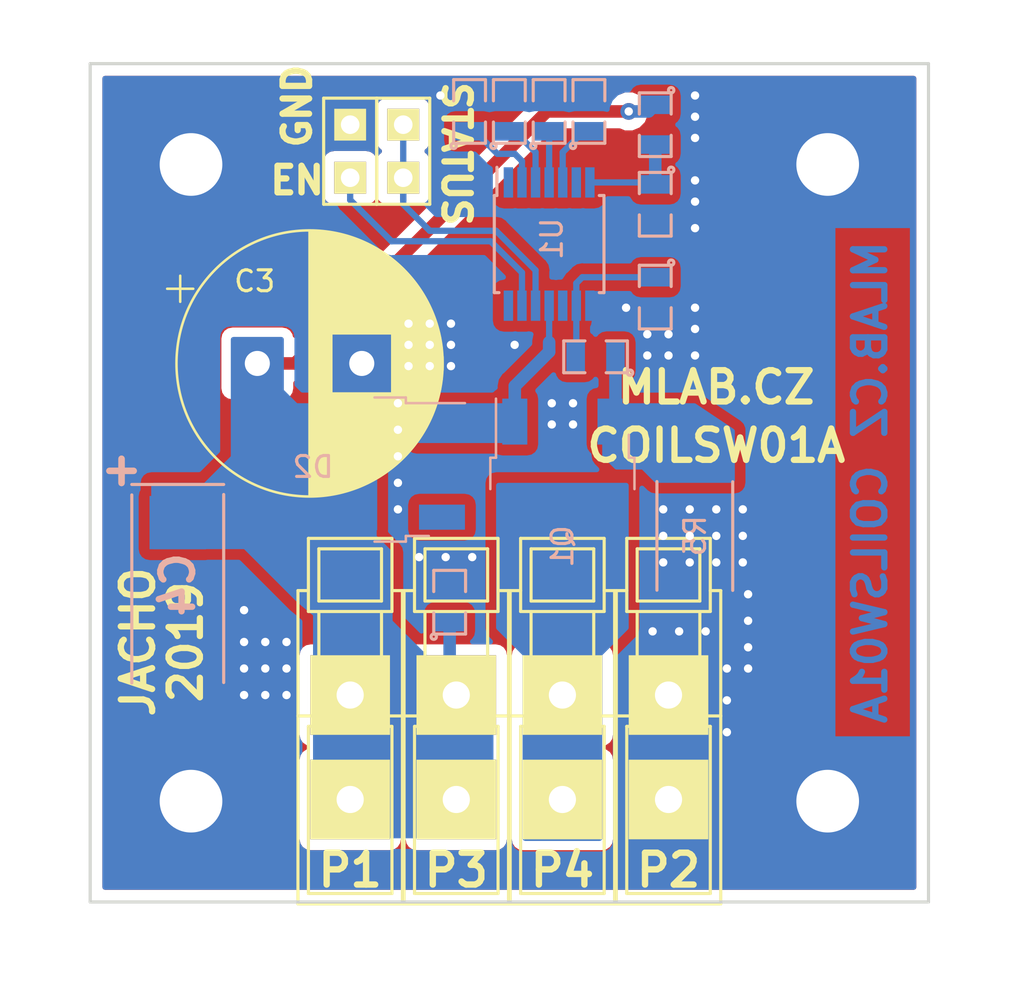
<source format=kicad_pcb>
(kicad_pcb (version 20171130) (host pcbnew "(6.0.0-rc1-dev-205-gc0615c5ef)")

  (general
    (thickness 1.6)
    (drawings 13)
    (tracks 117)
    (zones 0)
    (modules 25)
    (nets 14)
  )

  (page A4)
  (title_block
    (title NAME)
    (date "%d. %m. %Y")
    (rev REV)
    (company "Mlab www.mlab.cz")
    (comment 1 VERSION)
    (comment 2 "Short description\\nTwo lines are maximum")
    (comment 3 "nickname <email@example.com>")
  )

  (layers
    (0 F.Cu signal)
    (31 B.Cu signal)
    (34 B.Paste user)
    (36 B.SilkS user)
    (37 F.SilkS user)
    (38 B.Mask user)
    (39 F.Mask user)
    (44 Edge.Cuts user)
    (45 Margin user)
    (46 B.CrtYd user)
    (47 F.CrtYd user)
    (48 B.Fab user)
    (49 F.Fab user)
  )

  (setup
    (last_trace_width 0.4)
    (user_trace_width 0.2)
    (user_trace_width 0.3)
    (user_trace_width 0.4)
    (user_trace_width 0.5)
    (user_trace_width 0.6)
    (user_trace_width 0.7)
    (trace_clearance 0.2)
    (zone_clearance 0.508)
    (zone_45_only no)
    (trace_min 0.2)
    (via_size 0.8)
    (via_drill 0.4)
    (via_min_size 0.2)
    (via_min_drill 0.3)
    (uvia_size 0.4)
    (uvia_drill 0.2)
    (uvias_allowed no)
    (uvia_min_size 0.2)
    (uvia_min_drill 0.1)
    (edge_width 0.15)
    (segment_width 0.2)
    (pcb_text_width 0.3)
    (pcb_text_size 1.5 1.5)
    (mod_edge_width 0.15)
    (mod_text_size 1 1)
    (mod_text_width 0.15)
    (pad_size 1.524 1.524)
    (pad_drill 0.762)
    (pad_to_mask_clearance 0.2)
    (aux_axis_origin 0 0)
    (visible_elements 7FFFFF7F)
    (pcbplotparams
      (layerselection 0x00030_80000001)
      (usegerberextensions false)
      (usegerberattributes false)
      (usegerberadvancedattributes false)
      (creategerberjobfile false)
      (excludeedgelayer true)
      (linewidth 0.150000)
      (plotframeref false)
      (viasonmask false)
      (mode 1)
      (useauxorigin false)
      (hpglpennumber 1)
      (hpglpenspeed 20)
      (hpglpendiameter 15.000000)
      (psnegative false)
      (psa4output false)
      (plotreference true)
      (plotvalue true)
      (plotinvisibletext false)
      (padsonsilk false)
      (subtractmaskfromsilk false)
      (outputformat 1)
      (mirror false)
      (drillshape 1)
      (scaleselection 1)
      (outputdirectory ""))
  )

  (net 0 "")
  (net 1 "Net-(C3-Pad1)")
  (net 2 GND)
  (net 3 "Net-(C7-Pad1)")
  (net 4 "Net-(D2-Pad2)")
  (net 5 /EN)
  (net 6 /STATUS)
  (net 7 "Net-(P4-Pad1)")
  (net 8 /KEEP)
  (net 9 /PEAK)
  (net 10 /HOLD)
  (net 11 /OSC)
  (net 12 /Vin)
  (net 13 "Net-(Q1-Pad3)")

  (net_class Default "This is the default net class."
    (clearance 0.2)
    (trace_width 0.4)
    (via_dia 0.8)
    (via_drill 0.4)
    (uvia_dia 0.4)
    (uvia_drill 0.2)
    (diff_pair_width 0.4)
    (diff_pair_gap 0.25)
    (add_net /EN)
    (add_net /HOLD)
    (add_net /KEEP)
    (add_net /OSC)
    (add_net /PEAK)
    (add_net /STATUS)
    (add_net /Vin)
    (add_net GND)
    (add_net "Net-(C3-Pad1)")
    (add_net "Net-(C7-Pad1)")
    (add_net "Net-(D2-Pad2)")
    (add_net "Net-(P4-Pad1)")
    (add_net "Net-(Q1-Pad3)")
  )

  (net_class MLAB_power ""
    (clearance 0.2)
    (trace_width 0.4)
    (via_dia 0.8)
    (via_drill 0.4)
    (uvia_dia 0.4)
    (uvia_drill 0.2)
    (diff_pair_width 0.4)
    (diff_pair_gap 0.25)
  )

  (module Mlab_R:SMD-2512 (layer B.Cu) (tedit 5C49936C) (tstamp 5C631CD7)
    (at 29.21 -17.78 270)
    (descr "Resistor SMD 2512, reflow soldering, Vishay (see dcrcw.pdf)")
    (tags "resistor 2512")
    (path /5C3F774E)
    (attr smd)
    (fp_text reference R5 (at 0 0 270) (layer B.SilkS)
      (effects (font (size 1 1) (thickness 0.15)) (justify mirror))
    )
    (fp_text value 0R01 (at 0 -3.1 270) (layer B.Fab) hide
      (effects (font (size 1 1) (thickness 0.15)) (justify mirror))
    )
    (fp_line (start 2.6092 -1.8034) (end -2.5908 -1.8034) (layer B.SilkS) (width 0.15))
    (fp_line (start -2.6 1.8288) (end 2.6 1.8288) (layer B.Fab) (width 0.15))
    (fp_text user %R (at 0.2032 0 270) (layer B.Fab)
      (effects (font (size 1 1) (thickness 0.15)) (justify mirror))
    )
    (fp_line (start -2.6 1.825) (end 2.6 1.825) (layer B.SilkS) (width 0.15))
    (fp_line (start 2.6 -1.825) (end -2.6 -1.825) (layer B.Fab) (width 0.15))
    (fp_line (start 3.9 1.95) (end 3.9 -1.95) (layer B.CrtYd) (width 0.05))
    (fp_line (start -3.9 1.95) (end -3.9 -1.95) (layer B.CrtYd) (width 0.05))
    (fp_line (start -3.9 -1.95) (end 3.9 -1.95) (layer B.CrtYd) (width 0.05))
    (fp_line (start -3.9 1.95) (end 3.9 1.95) (layer B.CrtYd) (width 0.05))
    (pad 2 smd rect (at 3.1 0 270) (size 1 3.2) (layers B.Cu B.Paste B.Mask)
      (net 2 GND))
    (pad 1 smd rect (at -3.1 0 270) (size 1 3.2) (layers B.Cu B.Paste B.Mask)
      (net 13 "Net-(Q1-Pad3)"))
    (model Resistors_SMD.3dshapes/R_2512.wrl
      (at (xyz 0 0 0))
      (scale (xyz 1 1 1))
      (rotate (xyz 0 0 0))
    )
  )

  (module Mlab_C:TantalC_SizeD_Reflow (layer B.Cu) (tedit 5C4992E6) (tstamp 5C634BA7)
    (at 4.445 -15.24 270)
    (descr "Tantal Cap. , Size D, EIA-7343, Reflow,")
    (tags "Tantal Cap. , Size D, EIA-7343, Reflow,")
    (path /5C48A499)
    (attr smd)
    (fp_text reference C4 (at -0.20066 0 270) (layer B.SilkS)
      (effects (font (size 1.524 1.524) (thickness 0.3048)) (justify mirror))
    )
    (fp_text value - (at -0.09906 -3.59918 270) (layer B.SilkS) hide
      (effects (font (size 1.524 1.524) (thickness 0.3048)) (justify mirror))
    )
    (fp_text user %R (at 0.1016 -0.1524 270) (layer B.Fab)
      (effects (font (size 1.524 1.524) (thickness 0.3)) (justify mirror))
    )
    (fp_text user + (at -5.6515 2.79908 270) (layer B.SilkS)
      (effects (font (size 1.524 1.524) (thickness 0.3048)) (justify mirror))
    )
    (fp_line (start -5.00126 2.19964) (end -5.00126 -2.19964) (layer B.Fab) (width 0.15))
    (fp_line (start -4.5212 -2.19964) (end 4.48056 -2.19964) (layer B.SilkS) (width 0.15))
    (fp_line (start 4.48056 2.2098) (end -4.5212 2.2098) (layer B.Fab) (width 0.15))
    (fp_line (start -5.65404 3.302) (end -5.65404 2.20218) (layer B.SilkS) (width 0.15))
    (fp_text user + (at -5.6515 2.79908 270) (layer B.SilkS)
      (effects (font (size 1.524 1.524) (thickness 0.3048)) (justify mirror))
    )
    (fp_line (start 4.50088 2.19964) (end -4.50088 2.19964) (layer B.SilkS) (width 0.15))
    (fp_line (start -4.50088 -2.19964) (end 4.50088 -2.19964) (layer B.Fab) (width 0.15))
    (fp_line (start -5.00126 2.19964) (end -5.00126 -2.19964) (layer B.SilkS) (width 0.15))
    (pad 1 smd rect (at -3.175 0 270) (size 2.55016 2.70002) (layers B.Cu B.Paste B.Mask)
      (net 1 "Net-(C3-Pad1)"))
    (pad 2 smd rect (at 3.175 0 270) (size 2.55016 2.70002) (layers B.Cu B.Paste B.Mask)
      (net 2 GND))
    (model Capacitors_Tantalum_SMD.3dshapes/CP_Tantalum_Case-D_EIA-7343-31.wrl
      (at (xyz 0 0 0))
      (scale (xyz 1 1 1))
      (rotate (xyz 0 0 180))
    )
  )

  (module Capacitor_THT:CP_Radial_D12.5mm_P5.00mm (layer F.Cu) (tedit 5AE50EF1) (tstamp 5C564632)
    (at 8.255 -26.035)
    (descr "CP, Radial series, Radial, pin pitch=5.00mm, , diameter=12.5mm, Electrolytic Capacitor")
    (tags "CP Radial series Radial pin pitch 5.00mm  diameter 12.5mm Electrolytic Capacitor")
    (path /5C485A14)
    (fp_text reference C3 (at -0.127 -3.937) (layer F.SilkS)
      (effects (font (size 1 1) (thickness 0.15)))
    )
    (fp_text value 470uF/63V (at 2.5 7.5) (layer F.Fab) hide
      (effects (font (size 1 1) (thickness 0.15)))
    )
    (fp_circle (center 2.5 0) (end 8.75 0) (layer F.Fab) (width 0.1))
    (fp_circle (center 2.5 0) (end 8.87 0) (layer F.SilkS) (width 0.12))
    (fp_circle (center 2.5 0) (end 9 0) (layer F.CrtYd) (width 0.05))
    (fp_line (start -2.866489 -2.7375) (end -1.616489 -2.7375) (layer F.Fab) (width 0.1))
    (fp_line (start -2.241489 -3.3625) (end -2.241489 -2.1125) (layer F.Fab) (width 0.1))
    (fp_line (start 2.5 -6.33) (end 2.5 6.33) (layer F.SilkS) (width 0.12))
    (fp_line (start 2.54 -6.33) (end 2.54 6.33) (layer F.SilkS) (width 0.12))
    (fp_line (start 2.58 -6.33) (end 2.58 6.33) (layer F.SilkS) (width 0.12))
    (fp_line (start 2.62 -6.329) (end 2.62 6.329) (layer F.SilkS) (width 0.12))
    (fp_line (start 2.66 -6.328) (end 2.66 6.328) (layer F.SilkS) (width 0.12))
    (fp_line (start 2.7 -6.327) (end 2.7 6.327) (layer F.SilkS) (width 0.12))
    (fp_line (start 2.74 -6.326) (end 2.74 6.326) (layer F.SilkS) (width 0.12))
    (fp_line (start 2.78 -6.324) (end 2.78 6.324) (layer F.SilkS) (width 0.12))
    (fp_line (start 2.82 -6.322) (end 2.82 6.322) (layer F.SilkS) (width 0.12))
    (fp_line (start 2.86 -6.32) (end 2.86 6.32) (layer F.SilkS) (width 0.12))
    (fp_line (start 2.9 -6.318) (end 2.9 6.318) (layer F.SilkS) (width 0.12))
    (fp_line (start 2.94 -6.315) (end 2.94 6.315) (layer F.SilkS) (width 0.12))
    (fp_line (start 2.98 -6.312) (end 2.98 6.312) (layer F.SilkS) (width 0.12))
    (fp_line (start 3.02 -6.309) (end 3.02 6.309) (layer F.SilkS) (width 0.12))
    (fp_line (start 3.06 -6.306) (end 3.06 6.306) (layer F.SilkS) (width 0.12))
    (fp_line (start 3.1 -6.302) (end 3.1 6.302) (layer F.SilkS) (width 0.12))
    (fp_line (start 3.14 -6.298) (end 3.14 6.298) (layer F.SilkS) (width 0.12))
    (fp_line (start 3.18 -6.294) (end 3.18 6.294) (layer F.SilkS) (width 0.12))
    (fp_line (start 3.221 -6.29) (end 3.221 6.29) (layer F.SilkS) (width 0.12))
    (fp_line (start 3.261 -6.285) (end 3.261 6.285) (layer F.SilkS) (width 0.12))
    (fp_line (start 3.301 -6.28) (end 3.301 6.28) (layer F.SilkS) (width 0.12))
    (fp_line (start 3.341 -6.275) (end 3.341 6.275) (layer F.SilkS) (width 0.12))
    (fp_line (start 3.381 -6.269) (end 3.381 6.269) (layer F.SilkS) (width 0.12))
    (fp_line (start 3.421 -6.264) (end 3.421 6.264) (layer F.SilkS) (width 0.12))
    (fp_line (start 3.461 -6.258) (end 3.461 6.258) (layer F.SilkS) (width 0.12))
    (fp_line (start 3.501 -6.252) (end 3.501 6.252) (layer F.SilkS) (width 0.12))
    (fp_line (start 3.541 -6.245) (end 3.541 6.245) (layer F.SilkS) (width 0.12))
    (fp_line (start 3.581 -6.238) (end 3.581 -1.44) (layer F.SilkS) (width 0.12))
    (fp_line (start 3.581 1.44) (end 3.581 6.238) (layer F.SilkS) (width 0.12))
    (fp_line (start 3.621 -6.231) (end 3.621 -1.44) (layer F.SilkS) (width 0.12))
    (fp_line (start 3.621 1.44) (end 3.621 6.231) (layer F.SilkS) (width 0.12))
    (fp_line (start 3.661 -6.224) (end 3.661 -1.44) (layer F.SilkS) (width 0.12))
    (fp_line (start 3.661 1.44) (end 3.661 6.224) (layer F.SilkS) (width 0.12))
    (fp_line (start 3.701 -6.216) (end 3.701 -1.44) (layer F.SilkS) (width 0.12))
    (fp_line (start 3.701 1.44) (end 3.701 6.216) (layer F.SilkS) (width 0.12))
    (fp_line (start 3.741 -6.209) (end 3.741 -1.44) (layer F.SilkS) (width 0.12))
    (fp_line (start 3.741 1.44) (end 3.741 6.209) (layer F.SilkS) (width 0.12))
    (fp_line (start 3.781 -6.201) (end 3.781 -1.44) (layer F.SilkS) (width 0.12))
    (fp_line (start 3.781 1.44) (end 3.781 6.201) (layer F.SilkS) (width 0.12))
    (fp_line (start 3.821 -6.192) (end 3.821 -1.44) (layer F.SilkS) (width 0.12))
    (fp_line (start 3.821 1.44) (end 3.821 6.192) (layer F.SilkS) (width 0.12))
    (fp_line (start 3.861 -6.184) (end 3.861 -1.44) (layer F.SilkS) (width 0.12))
    (fp_line (start 3.861 1.44) (end 3.861 6.184) (layer F.SilkS) (width 0.12))
    (fp_line (start 3.901 -6.175) (end 3.901 -1.44) (layer F.SilkS) (width 0.12))
    (fp_line (start 3.901 1.44) (end 3.901 6.175) (layer F.SilkS) (width 0.12))
    (fp_line (start 3.941 -6.166) (end 3.941 -1.44) (layer F.SilkS) (width 0.12))
    (fp_line (start 3.941 1.44) (end 3.941 6.166) (layer F.SilkS) (width 0.12))
    (fp_line (start 3.981 -6.156) (end 3.981 -1.44) (layer F.SilkS) (width 0.12))
    (fp_line (start 3.981 1.44) (end 3.981 6.156) (layer F.SilkS) (width 0.12))
    (fp_line (start 4.021 -6.146) (end 4.021 -1.44) (layer F.SilkS) (width 0.12))
    (fp_line (start 4.021 1.44) (end 4.021 6.146) (layer F.SilkS) (width 0.12))
    (fp_line (start 4.061 -6.137) (end 4.061 -1.44) (layer F.SilkS) (width 0.12))
    (fp_line (start 4.061 1.44) (end 4.061 6.137) (layer F.SilkS) (width 0.12))
    (fp_line (start 4.101 -6.126) (end 4.101 -1.44) (layer F.SilkS) (width 0.12))
    (fp_line (start 4.101 1.44) (end 4.101 6.126) (layer F.SilkS) (width 0.12))
    (fp_line (start 4.141 -6.116) (end 4.141 -1.44) (layer F.SilkS) (width 0.12))
    (fp_line (start 4.141 1.44) (end 4.141 6.116) (layer F.SilkS) (width 0.12))
    (fp_line (start 4.181 -6.105) (end 4.181 -1.44) (layer F.SilkS) (width 0.12))
    (fp_line (start 4.181 1.44) (end 4.181 6.105) (layer F.SilkS) (width 0.12))
    (fp_line (start 4.221 -6.094) (end 4.221 -1.44) (layer F.SilkS) (width 0.12))
    (fp_line (start 4.221 1.44) (end 4.221 6.094) (layer F.SilkS) (width 0.12))
    (fp_line (start 4.261 -6.083) (end 4.261 -1.44) (layer F.SilkS) (width 0.12))
    (fp_line (start 4.261 1.44) (end 4.261 6.083) (layer F.SilkS) (width 0.12))
    (fp_line (start 4.301 -6.071) (end 4.301 -1.44) (layer F.SilkS) (width 0.12))
    (fp_line (start 4.301 1.44) (end 4.301 6.071) (layer F.SilkS) (width 0.12))
    (fp_line (start 4.341 -6.059) (end 4.341 -1.44) (layer F.SilkS) (width 0.12))
    (fp_line (start 4.341 1.44) (end 4.341 6.059) (layer F.SilkS) (width 0.12))
    (fp_line (start 4.381 -6.047) (end 4.381 -1.44) (layer F.SilkS) (width 0.12))
    (fp_line (start 4.381 1.44) (end 4.381 6.047) (layer F.SilkS) (width 0.12))
    (fp_line (start 4.421 -6.034) (end 4.421 -1.44) (layer F.SilkS) (width 0.12))
    (fp_line (start 4.421 1.44) (end 4.421 6.034) (layer F.SilkS) (width 0.12))
    (fp_line (start 4.461 -6.021) (end 4.461 -1.44) (layer F.SilkS) (width 0.12))
    (fp_line (start 4.461 1.44) (end 4.461 6.021) (layer F.SilkS) (width 0.12))
    (fp_line (start 4.501 -6.008) (end 4.501 -1.44) (layer F.SilkS) (width 0.12))
    (fp_line (start 4.501 1.44) (end 4.501 6.008) (layer F.SilkS) (width 0.12))
    (fp_line (start 4.541 -5.995) (end 4.541 -1.44) (layer F.SilkS) (width 0.12))
    (fp_line (start 4.541 1.44) (end 4.541 5.995) (layer F.SilkS) (width 0.12))
    (fp_line (start 4.581 -5.981) (end 4.581 -1.44) (layer F.SilkS) (width 0.12))
    (fp_line (start 4.581 1.44) (end 4.581 5.981) (layer F.SilkS) (width 0.12))
    (fp_line (start 4.621 -5.967) (end 4.621 -1.44) (layer F.SilkS) (width 0.12))
    (fp_line (start 4.621 1.44) (end 4.621 5.967) (layer F.SilkS) (width 0.12))
    (fp_line (start 4.661 -5.953) (end 4.661 -1.44) (layer F.SilkS) (width 0.12))
    (fp_line (start 4.661 1.44) (end 4.661 5.953) (layer F.SilkS) (width 0.12))
    (fp_line (start 4.701 -5.939) (end 4.701 -1.44) (layer F.SilkS) (width 0.12))
    (fp_line (start 4.701 1.44) (end 4.701 5.939) (layer F.SilkS) (width 0.12))
    (fp_line (start 4.741 -5.924) (end 4.741 -1.44) (layer F.SilkS) (width 0.12))
    (fp_line (start 4.741 1.44) (end 4.741 5.924) (layer F.SilkS) (width 0.12))
    (fp_line (start 4.781 -5.908) (end 4.781 -1.44) (layer F.SilkS) (width 0.12))
    (fp_line (start 4.781 1.44) (end 4.781 5.908) (layer F.SilkS) (width 0.12))
    (fp_line (start 4.821 -5.893) (end 4.821 -1.44) (layer F.SilkS) (width 0.12))
    (fp_line (start 4.821 1.44) (end 4.821 5.893) (layer F.SilkS) (width 0.12))
    (fp_line (start 4.861 -5.877) (end 4.861 -1.44) (layer F.SilkS) (width 0.12))
    (fp_line (start 4.861 1.44) (end 4.861 5.877) (layer F.SilkS) (width 0.12))
    (fp_line (start 4.901 -5.861) (end 4.901 -1.44) (layer F.SilkS) (width 0.12))
    (fp_line (start 4.901 1.44) (end 4.901 5.861) (layer F.SilkS) (width 0.12))
    (fp_line (start 4.941 -5.845) (end 4.941 -1.44) (layer F.SilkS) (width 0.12))
    (fp_line (start 4.941 1.44) (end 4.941 5.845) (layer F.SilkS) (width 0.12))
    (fp_line (start 4.981 -5.828) (end 4.981 -1.44) (layer F.SilkS) (width 0.12))
    (fp_line (start 4.981 1.44) (end 4.981 5.828) (layer F.SilkS) (width 0.12))
    (fp_line (start 5.021 -5.811) (end 5.021 -1.44) (layer F.SilkS) (width 0.12))
    (fp_line (start 5.021 1.44) (end 5.021 5.811) (layer F.SilkS) (width 0.12))
    (fp_line (start 5.061 -5.793) (end 5.061 -1.44) (layer F.SilkS) (width 0.12))
    (fp_line (start 5.061 1.44) (end 5.061 5.793) (layer F.SilkS) (width 0.12))
    (fp_line (start 5.101 -5.776) (end 5.101 -1.44) (layer F.SilkS) (width 0.12))
    (fp_line (start 5.101 1.44) (end 5.101 5.776) (layer F.SilkS) (width 0.12))
    (fp_line (start 5.141 -5.758) (end 5.141 -1.44) (layer F.SilkS) (width 0.12))
    (fp_line (start 5.141 1.44) (end 5.141 5.758) (layer F.SilkS) (width 0.12))
    (fp_line (start 5.181 -5.739) (end 5.181 -1.44) (layer F.SilkS) (width 0.12))
    (fp_line (start 5.181 1.44) (end 5.181 5.739) (layer F.SilkS) (width 0.12))
    (fp_line (start 5.221 -5.721) (end 5.221 -1.44) (layer F.SilkS) (width 0.12))
    (fp_line (start 5.221 1.44) (end 5.221 5.721) (layer F.SilkS) (width 0.12))
    (fp_line (start 5.261 -5.702) (end 5.261 -1.44) (layer F.SilkS) (width 0.12))
    (fp_line (start 5.261 1.44) (end 5.261 5.702) (layer F.SilkS) (width 0.12))
    (fp_line (start 5.301 -5.682) (end 5.301 -1.44) (layer F.SilkS) (width 0.12))
    (fp_line (start 5.301 1.44) (end 5.301 5.682) (layer F.SilkS) (width 0.12))
    (fp_line (start 5.341 -5.662) (end 5.341 -1.44) (layer F.SilkS) (width 0.12))
    (fp_line (start 5.341 1.44) (end 5.341 5.662) (layer F.SilkS) (width 0.12))
    (fp_line (start 5.381 -5.642) (end 5.381 -1.44) (layer F.SilkS) (width 0.12))
    (fp_line (start 5.381 1.44) (end 5.381 5.642) (layer F.SilkS) (width 0.12))
    (fp_line (start 5.421 -5.622) (end 5.421 -1.44) (layer F.SilkS) (width 0.12))
    (fp_line (start 5.421 1.44) (end 5.421 5.622) (layer F.SilkS) (width 0.12))
    (fp_line (start 5.461 -5.601) (end 5.461 -1.44) (layer F.SilkS) (width 0.12))
    (fp_line (start 5.461 1.44) (end 5.461 5.601) (layer F.SilkS) (width 0.12))
    (fp_line (start 5.501 -5.58) (end 5.501 -1.44) (layer F.SilkS) (width 0.12))
    (fp_line (start 5.501 1.44) (end 5.501 5.58) (layer F.SilkS) (width 0.12))
    (fp_line (start 5.541 -5.558) (end 5.541 -1.44) (layer F.SilkS) (width 0.12))
    (fp_line (start 5.541 1.44) (end 5.541 5.558) (layer F.SilkS) (width 0.12))
    (fp_line (start 5.581 -5.536) (end 5.581 -1.44) (layer F.SilkS) (width 0.12))
    (fp_line (start 5.581 1.44) (end 5.581 5.536) (layer F.SilkS) (width 0.12))
    (fp_line (start 5.621 -5.514) (end 5.621 -1.44) (layer F.SilkS) (width 0.12))
    (fp_line (start 5.621 1.44) (end 5.621 5.514) (layer F.SilkS) (width 0.12))
    (fp_line (start 5.661 -5.491) (end 5.661 -1.44) (layer F.SilkS) (width 0.12))
    (fp_line (start 5.661 1.44) (end 5.661 5.491) (layer F.SilkS) (width 0.12))
    (fp_line (start 5.701 -5.468) (end 5.701 -1.44) (layer F.SilkS) (width 0.12))
    (fp_line (start 5.701 1.44) (end 5.701 5.468) (layer F.SilkS) (width 0.12))
    (fp_line (start 5.741 -5.445) (end 5.741 -1.44) (layer F.SilkS) (width 0.12))
    (fp_line (start 5.741 1.44) (end 5.741 5.445) (layer F.SilkS) (width 0.12))
    (fp_line (start 5.781 -5.421) (end 5.781 -1.44) (layer F.SilkS) (width 0.12))
    (fp_line (start 5.781 1.44) (end 5.781 5.421) (layer F.SilkS) (width 0.12))
    (fp_line (start 5.821 -5.397) (end 5.821 -1.44) (layer F.SilkS) (width 0.12))
    (fp_line (start 5.821 1.44) (end 5.821 5.397) (layer F.SilkS) (width 0.12))
    (fp_line (start 5.861 -5.372) (end 5.861 -1.44) (layer F.SilkS) (width 0.12))
    (fp_line (start 5.861 1.44) (end 5.861 5.372) (layer F.SilkS) (width 0.12))
    (fp_line (start 5.901 -5.347) (end 5.901 -1.44) (layer F.SilkS) (width 0.12))
    (fp_line (start 5.901 1.44) (end 5.901 5.347) (layer F.SilkS) (width 0.12))
    (fp_line (start 5.941 -5.322) (end 5.941 -1.44) (layer F.SilkS) (width 0.12))
    (fp_line (start 5.941 1.44) (end 5.941 5.322) (layer F.SilkS) (width 0.12))
    (fp_line (start 5.981 -5.296) (end 5.981 -1.44) (layer F.SilkS) (width 0.12))
    (fp_line (start 5.981 1.44) (end 5.981 5.296) (layer F.SilkS) (width 0.12))
    (fp_line (start 6.021 -5.27) (end 6.021 -1.44) (layer F.SilkS) (width 0.12))
    (fp_line (start 6.021 1.44) (end 6.021 5.27) (layer F.SilkS) (width 0.12))
    (fp_line (start 6.061 -5.243) (end 6.061 -1.44) (layer F.SilkS) (width 0.12))
    (fp_line (start 6.061 1.44) (end 6.061 5.243) (layer F.SilkS) (width 0.12))
    (fp_line (start 6.101 -5.216) (end 6.101 -1.44) (layer F.SilkS) (width 0.12))
    (fp_line (start 6.101 1.44) (end 6.101 5.216) (layer F.SilkS) (width 0.12))
    (fp_line (start 6.141 -5.188) (end 6.141 -1.44) (layer F.SilkS) (width 0.12))
    (fp_line (start 6.141 1.44) (end 6.141 5.188) (layer F.SilkS) (width 0.12))
    (fp_line (start 6.181 -5.16) (end 6.181 -1.44) (layer F.SilkS) (width 0.12))
    (fp_line (start 6.181 1.44) (end 6.181 5.16) (layer F.SilkS) (width 0.12))
    (fp_line (start 6.221 -5.131) (end 6.221 -1.44) (layer F.SilkS) (width 0.12))
    (fp_line (start 6.221 1.44) (end 6.221 5.131) (layer F.SilkS) (width 0.12))
    (fp_line (start 6.261 -5.102) (end 6.261 -1.44) (layer F.SilkS) (width 0.12))
    (fp_line (start 6.261 1.44) (end 6.261 5.102) (layer F.SilkS) (width 0.12))
    (fp_line (start 6.301 -5.073) (end 6.301 -1.44) (layer F.SilkS) (width 0.12))
    (fp_line (start 6.301 1.44) (end 6.301 5.073) (layer F.SilkS) (width 0.12))
    (fp_line (start 6.341 -5.043) (end 6.341 -1.44) (layer F.SilkS) (width 0.12))
    (fp_line (start 6.341 1.44) (end 6.341 5.043) (layer F.SilkS) (width 0.12))
    (fp_line (start 6.381 -5.012) (end 6.381 -1.44) (layer F.SilkS) (width 0.12))
    (fp_line (start 6.381 1.44) (end 6.381 5.012) (layer F.SilkS) (width 0.12))
    (fp_line (start 6.421 -4.982) (end 6.421 -1.44) (layer F.SilkS) (width 0.12))
    (fp_line (start 6.421 1.44) (end 6.421 4.982) (layer F.SilkS) (width 0.12))
    (fp_line (start 6.461 -4.95) (end 6.461 4.95) (layer F.SilkS) (width 0.12))
    (fp_line (start 6.501 -4.918) (end 6.501 4.918) (layer F.SilkS) (width 0.12))
    (fp_line (start 6.541 -4.885) (end 6.541 4.885) (layer F.SilkS) (width 0.12))
    (fp_line (start 6.581 -4.852) (end 6.581 4.852) (layer F.SilkS) (width 0.12))
    (fp_line (start 6.621 -4.819) (end 6.621 4.819) (layer F.SilkS) (width 0.12))
    (fp_line (start 6.661 -4.785) (end 6.661 4.785) (layer F.SilkS) (width 0.12))
    (fp_line (start 6.701 -4.75) (end 6.701 4.75) (layer F.SilkS) (width 0.12))
    (fp_line (start 6.741 -4.714) (end 6.741 4.714) (layer F.SilkS) (width 0.12))
    (fp_line (start 6.781 -4.678) (end 6.781 4.678) (layer F.SilkS) (width 0.12))
    (fp_line (start 6.821 -4.642) (end 6.821 4.642) (layer F.SilkS) (width 0.12))
    (fp_line (start 6.861 -4.605) (end 6.861 4.605) (layer F.SilkS) (width 0.12))
    (fp_line (start 6.901 -4.567) (end 6.901 4.567) (layer F.SilkS) (width 0.12))
    (fp_line (start 6.941 -4.528) (end 6.941 4.528) (layer F.SilkS) (width 0.12))
    (fp_line (start 6.981 -4.489) (end 6.981 4.489) (layer F.SilkS) (width 0.12))
    (fp_line (start 7.021 -4.449) (end 7.021 4.449) (layer F.SilkS) (width 0.12))
    (fp_line (start 7.061 -4.408) (end 7.061 4.408) (layer F.SilkS) (width 0.12))
    (fp_line (start 7.101 -4.367) (end 7.101 4.367) (layer F.SilkS) (width 0.12))
    (fp_line (start 7.141 -4.325) (end 7.141 4.325) (layer F.SilkS) (width 0.12))
    (fp_line (start 7.181 -4.282) (end 7.181 4.282) (layer F.SilkS) (width 0.12))
    (fp_line (start 7.221 -4.238) (end 7.221 4.238) (layer F.SilkS) (width 0.12))
    (fp_line (start 7.261 -4.194) (end 7.261 4.194) (layer F.SilkS) (width 0.12))
    (fp_line (start 7.301 -4.148) (end 7.301 4.148) (layer F.SilkS) (width 0.12))
    (fp_line (start 7.341 -4.102) (end 7.341 4.102) (layer F.SilkS) (width 0.12))
    (fp_line (start 7.381 -4.055) (end 7.381 4.055) (layer F.SilkS) (width 0.12))
    (fp_line (start 7.421 -4.007) (end 7.421 4.007) (layer F.SilkS) (width 0.12))
    (fp_line (start 7.461 -3.957) (end 7.461 3.957) (layer F.SilkS) (width 0.12))
    (fp_line (start 7.501 -3.907) (end 7.501 3.907) (layer F.SilkS) (width 0.12))
    (fp_line (start 7.541 -3.856) (end 7.541 3.856) (layer F.SilkS) (width 0.12))
    (fp_line (start 7.581 -3.804) (end 7.581 3.804) (layer F.SilkS) (width 0.12))
    (fp_line (start 7.621 -3.75) (end 7.621 3.75) (layer F.SilkS) (width 0.12))
    (fp_line (start 7.661 -3.696) (end 7.661 3.696) (layer F.SilkS) (width 0.12))
    (fp_line (start 7.701 -3.64) (end 7.701 3.64) (layer F.SilkS) (width 0.12))
    (fp_line (start 7.741 -3.583) (end 7.741 3.583) (layer F.SilkS) (width 0.12))
    (fp_line (start 7.781 -3.524) (end 7.781 3.524) (layer F.SilkS) (width 0.12))
    (fp_line (start 7.821 -3.464) (end 7.821 3.464) (layer F.SilkS) (width 0.12))
    (fp_line (start 7.861 -3.402) (end 7.861 3.402) (layer F.SilkS) (width 0.12))
    (fp_line (start 7.901 -3.339) (end 7.901 3.339) (layer F.SilkS) (width 0.12))
    (fp_line (start 7.941 -3.275) (end 7.941 3.275) (layer F.SilkS) (width 0.12))
    (fp_line (start 7.981 -3.208) (end 7.981 3.208) (layer F.SilkS) (width 0.12))
    (fp_line (start 8.021 -3.14) (end 8.021 3.14) (layer F.SilkS) (width 0.12))
    (fp_line (start 8.061 -3.069) (end 8.061 3.069) (layer F.SilkS) (width 0.12))
    (fp_line (start 8.101 -2.996) (end 8.101 2.996) (layer F.SilkS) (width 0.12))
    (fp_line (start 8.141 -2.921) (end 8.141 2.921) (layer F.SilkS) (width 0.12))
    (fp_line (start 8.181 -2.844) (end 8.181 2.844) (layer F.SilkS) (width 0.12))
    (fp_line (start 8.221 -2.764) (end 8.221 2.764) (layer F.SilkS) (width 0.12))
    (fp_line (start 8.261 -2.681) (end 8.261 2.681) (layer F.SilkS) (width 0.12))
    (fp_line (start 8.301 -2.594) (end 8.301 2.594) (layer F.SilkS) (width 0.12))
    (fp_line (start 8.341 -2.504) (end 8.341 2.504) (layer F.SilkS) (width 0.12))
    (fp_line (start 8.381 -2.41) (end 8.381 2.41) (layer F.SilkS) (width 0.12))
    (fp_line (start 8.421 -2.312) (end 8.421 2.312) (layer F.SilkS) (width 0.12))
    (fp_line (start 8.461 -2.209) (end 8.461 2.209) (layer F.SilkS) (width 0.12))
    (fp_line (start 8.501 -2.1) (end 8.501 2.1) (layer F.SilkS) (width 0.12))
    (fp_line (start 8.541 -1.984) (end 8.541 1.984) (layer F.SilkS) (width 0.12))
    (fp_line (start 8.581 -1.861) (end 8.581 1.861) (layer F.SilkS) (width 0.12))
    (fp_line (start 8.621 -1.728) (end 8.621 1.728) (layer F.SilkS) (width 0.12))
    (fp_line (start 8.661 -1.583) (end 8.661 1.583) (layer F.SilkS) (width 0.12))
    (fp_line (start 8.701 -1.422) (end 8.701 1.422) (layer F.SilkS) (width 0.12))
    (fp_line (start 8.741 -1.241) (end 8.741 1.241) (layer F.SilkS) (width 0.12))
    (fp_line (start 8.781 -1.028) (end 8.781 1.028) (layer F.SilkS) (width 0.12))
    (fp_line (start 8.821 -0.757) (end 8.821 0.757) (layer F.SilkS) (width 0.12))
    (fp_line (start 8.861 -0.317) (end 8.861 0.317) (layer F.SilkS) (width 0.12))
    (fp_line (start -4.317082 -3.575) (end -3.067082 -3.575) (layer F.SilkS) (width 0.12))
    (fp_line (start -3.692082 -4.2) (end -3.692082 -2.95) (layer F.SilkS) (width 0.12))
    (fp_text user %R (at 2.5 0) (layer F.Fab)
      (effects (font (size 1 1) (thickness 0.15)))
    )
    (pad 1 thru_hole rect (at 0 0) (size 2.4 2.4) (drill 1.2) (layers *.Cu *.Mask)
      (net 1 "Net-(C3-Pad1)"))
    (pad 2 thru_hole circle (at 5 0) (size 2.4 2.4) (drill 1.2) (layers *.Cu *.Mask)
      (net 2 GND))
    (model ${KISYS3DMOD}/Capacitor_THT.3dshapes/CP_Radial_D12.5mm_P5.00mm.wrl
      (at (xyz 0 0 0))
      (scale (xyz 1 1 1))
      (rotate (xyz 0 0 0))
    )
  )

  (module Mlab_R:SMD-0805 (layer B.Cu) (tedit 5C00EE4F) (tstamp 5C564651)
    (at 17.4625 -14.605 90)
    (path /5C2FB750)
    (attr smd)
    (fp_text reference C5 (at 0 0.3175 90) (layer B.Fab)
      (effects (font (size 0.50038 0.50038) (thickness 0.10922)) (justify mirror))
    )
    (fp_text value 1uF/50V (at 0.127 -0.381 90) (layer B.Fab)
      (effects (font (size 0.50038 0.50038) (thickness 0.10922)) (justify mirror))
    )
    (fp_line (start 1.524 -0.762) (end 0.508 -0.762) (layer B.SilkS) (width 0.15))
    (fp_line (start 1.524 0.762) (end 1.524 -0.762) (layer B.SilkS) (width 0.15))
    (fp_line (start 0.508 0.762) (end 1.524 0.762) (layer B.SilkS) (width 0.15))
    (fp_line (start -0.508 -0.762) (end -1.524 -0.762) (layer B.SilkS) (width 0.15))
    (fp_line (start -1.524 -0.762) (end -1.524 0.762) (layer B.Fab) (width 0.15))
    (fp_line (start -1.524 0.762) (end -0.508 0.762) (layer B.Fab) (width 0.15))
    (fp_circle (center -1.651 -0.762) (end -1.651 -0.635) (layer B.SilkS) (width 0.15))
    (fp_line (start -0.508 -0.762) (end -1.524 -0.762) (layer B.Fab) (width 0.15))
    (fp_line (start -1.524 -0.762) (end -1.524 0.762) (layer B.SilkS) (width 0.15))
    (fp_line (start -1.524 0.762) (end -0.508 0.762) (layer B.SilkS) (width 0.15))
    (fp_line (start 0.508 0.762) (end 1.524 0.762) (layer B.Fab) (width 0.15))
    (fp_line (start 1.524 0.762) (end 1.524 -0.762) (layer B.Fab) (width 0.15))
    (fp_line (start 1.524 -0.762) (end 0.508 -0.762) (layer B.Fab) (width 0.15))
    (pad 1 smd rect (at -0.9525 0 90) (size 0.889 1.397) (layers B.Cu B.Paste B.Mask)
      (net 1 "Net-(C3-Pad1)"))
    (pad 2 smd rect (at 0.9525 0 90) (size 0.889 1.397) (layers B.Cu B.Paste B.Mask)
      (net 2 GND))
    (model Resistors_SMD.3dshapes/R_0805.wrl
      (at (xyz 0 0 0))
      (scale (xyz 1 1 1))
      (rotate (xyz 0 0 0))
    )
    (model ${MLAB}/src/3d/R/R0805.step
      (at (xyz 0 0 0))
      (scale (xyz 1 1 1))
      (rotate (xyz 0 0 0))
    )
  )

  (module Mlab_R:SMD-0805 (layer B.Cu) (tedit 5C00EE4F) (tstamp 5C564664)
    (at 18.415 -38.1 90)
    (path /5C2F66B6)
    (attr smd)
    (fp_text reference C6 (at 0 0.3175 90) (layer B.Fab)
      (effects (font (size 0.50038 0.50038) (thickness 0.10922)) (justify mirror))
    )
    (fp_text value 1uF (at 0.127 -0.381 90) (layer B.Fab)
      (effects (font (size 0.50038 0.50038) (thickness 0.10922)) (justify mirror))
    )
    (fp_line (start 1.524 -0.762) (end 0.508 -0.762) (layer B.Fab) (width 0.15))
    (fp_line (start 1.524 0.762) (end 1.524 -0.762) (layer B.Fab) (width 0.15))
    (fp_line (start 0.508 0.762) (end 1.524 0.762) (layer B.Fab) (width 0.15))
    (fp_line (start -1.524 0.762) (end -0.508 0.762) (layer B.SilkS) (width 0.15))
    (fp_line (start -1.524 -0.762) (end -1.524 0.762) (layer B.SilkS) (width 0.15))
    (fp_line (start -0.508 -0.762) (end -1.524 -0.762) (layer B.Fab) (width 0.15))
    (fp_circle (center -1.651 -0.762) (end -1.651 -0.635) (layer B.SilkS) (width 0.15))
    (fp_line (start -1.524 0.762) (end -0.508 0.762) (layer B.Fab) (width 0.15))
    (fp_line (start -1.524 -0.762) (end -1.524 0.762) (layer B.Fab) (width 0.15))
    (fp_line (start -0.508 -0.762) (end -1.524 -0.762) (layer B.SilkS) (width 0.15))
    (fp_line (start 0.508 0.762) (end 1.524 0.762) (layer B.SilkS) (width 0.15))
    (fp_line (start 1.524 0.762) (end 1.524 -0.762) (layer B.SilkS) (width 0.15))
    (fp_line (start 1.524 -0.762) (end 0.508 -0.762) (layer B.SilkS) (width 0.15))
    (pad 2 smd rect (at 0.9525 0 90) (size 0.889 1.397) (layers B.Cu B.Paste B.Mask)
      (net 2 GND))
    (pad 1 smd rect (at -0.9525 0 90) (size 0.889 1.397) (layers B.Cu B.Paste B.Mask)
      (net 8 /KEEP))
    (model Resistors_SMD.3dshapes/R_0805.wrl
      (at (xyz 0 0 0))
      (scale (xyz 1 1 1))
      (rotate (xyz 0 0 0))
    )
    (model ${MLAB}/src/3d/R/R0805.step
      (at (xyz 0 0 0))
      (scale (xyz 1 1 1))
      (rotate (xyz 0 0 0))
    )
  )

  (module Mlab_R:SMD-0805 (layer B.Cu) (tedit 5C00EE4F) (tstamp 5C6341F5)
    (at 27.305 -29.21 270)
    (path /5C3FAFF5)
    (attr smd)
    (fp_text reference C7 (at 0 0.3175 270) (layer B.Fab)
      (effects (font (size 0.50038 0.50038) (thickness 0.10922)) (justify mirror))
    )
    (fp_text value 100pF (at 0.127 -0.381 270) (layer B.Fab)
      (effects (font (size 0.50038 0.50038) (thickness 0.10922)) (justify mirror))
    )
    (fp_line (start 1.524 -0.762) (end 0.508 -0.762) (layer B.Fab) (width 0.15))
    (fp_line (start 1.524 0.762) (end 1.524 -0.762) (layer B.Fab) (width 0.15))
    (fp_line (start 0.508 0.762) (end 1.524 0.762) (layer B.Fab) (width 0.15))
    (fp_line (start -1.524 0.762) (end -0.508 0.762) (layer B.SilkS) (width 0.15))
    (fp_line (start -1.524 -0.762) (end -1.524 0.762) (layer B.SilkS) (width 0.15))
    (fp_line (start -0.508 -0.762) (end -1.524 -0.762) (layer B.Fab) (width 0.15))
    (fp_circle (center -1.651 -0.762) (end -1.651 -0.635) (layer B.SilkS) (width 0.15))
    (fp_line (start -1.524 0.762) (end -0.508 0.762) (layer B.Fab) (width 0.15))
    (fp_line (start -1.524 -0.762) (end -1.524 0.762) (layer B.Fab) (width 0.15))
    (fp_line (start -0.508 -0.762) (end -1.524 -0.762) (layer B.SilkS) (width 0.15))
    (fp_line (start 0.508 0.762) (end 1.524 0.762) (layer B.SilkS) (width 0.15))
    (fp_line (start 1.524 0.762) (end 1.524 -0.762) (layer B.SilkS) (width 0.15))
    (fp_line (start 1.524 -0.762) (end 0.508 -0.762) (layer B.SilkS) (width 0.15))
    (pad 2 smd rect (at 0.9525 0 270) (size 0.889 1.397) (layers B.Cu B.Paste B.Mask)
      (net 2 GND))
    (pad 1 smd rect (at -0.9525 0 270) (size 0.889 1.397) (layers B.Cu B.Paste B.Mask)
      (net 3 "Net-(C7-Pad1)"))
    (model Resistors_SMD.3dshapes/R_0805.wrl
      (at (xyz 0 0 0))
      (scale (xyz 1 1 1))
      (rotate (xyz 0 0 0))
    )
    (model ${MLAB}/src/3d/R/R0805.step
      (at (xyz 0 0 0))
      (scale (xyz 1 1 1))
      (rotate (xyz 0 0 0))
    )
  )

  (module Mlab_Pin_Headers:Straight_1x02 (layer F.Cu) (tedit 5A99E617) (tstamp 5C5646AA)
    (at 12.7 -36.195)
    (descr "pin header straight 1x02")
    (tags "pin header straight 1x02")
    (path /5C402D54)
    (fp_text reference J2 (at 0 -3.81) (layer F.SilkS) hide
      (effects (font (size 1.5 1.5) (thickness 0.15)))
    )
    (fp_text value HEADER_1x02 (at 0 3.81) (layer F.SilkS) hide
      (effects (font (size 1.5 1.5) (thickness 0.15)))
    )
    (fp_line (start -1.27 2.54) (end -1.27 -2.54) (layer F.SilkS) (width 0.15))
    (fp_line (start 1.27 2.54) (end -1.27 2.54) (layer F.SilkS) (width 0.15))
    (fp_line (start 1.27 -2.54) (end 1.27 2.54) (layer F.SilkS) (width 0.15))
    (fp_line (start -1.27 -2.54) (end 1.27 -2.54) (layer F.SilkS) (width 0.15))
    (fp_text user 1 (at -1.651 -1.27) (layer F.SilkS) hide
      (effects (font (size 0.5 0.5) (thickness 0.05)))
    )
    (pad 1 thru_hole rect (at 0 -1.27) (size 1.524 1.524) (drill 0.889) (layers *.Cu *.Mask F.SilkS)
      (net 2 GND))
    (pad 2 thru_hole rect (at 0 1.27) (size 1.524 1.524) (drill 0.889) (layers *.Cu *.Mask F.SilkS)
      (net 5 /EN))
    (model Pin_Headers/Pin_Header_Straight_1x02.wrl
      (at (xyz 0 0 0))
      (scale (xyz 1 1 1))
      (rotate (xyz 0 0 90))
    )
    (model ${MLAB}/src/3d/mechanical/header_1_2.step
      (at (xyz 0 0 0))
      (scale (xyz 1 1 1))
      (rotate (xyz 0 0 90))
    )
  )

  (module Mlab_Pin_Headers:Straight_1x02 (layer F.Cu) (tedit 5A99E617) (tstamp 5C5646B5)
    (at 15.24 -36.195)
    (descr "pin header straight 1x02")
    (tags "pin header straight 1x02")
    (path /5C402F47)
    (fp_text reference J3 (at 0 -3.81) (layer F.SilkS) hide
      (effects (font (size 1.5 1.5) (thickness 0.15)))
    )
    (fp_text value HEADER_2x01_PARALLEL (at 0 3.81) (layer F.SilkS) hide
      (effects (font (size 1.5 1.5) (thickness 0.15)))
    )
    (fp_text user 1 (at -1.651 -1.27) (layer F.SilkS) hide
      (effects (font (size 0.5 0.5) (thickness 0.05)))
    )
    (fp_line (start -1.27 -2.54) (end 1.27 -2.54) (layer F.SilkS) (width 0.15))
    (fp_line (start 1.27 -2.54) (end 1.27 2.54) (layer F.SilkS) (width 0.15))
    (fp_line (start 1.27 2.54) (end -1.27 2.54) (layer F.SilkS) (width 0.15))
    (fp_line (start -1.27 2.54) (end -1.27 -2.54) (layer F.SilkS) (width 0.15))
    (pad 2 thru_hole rect (at 0 1.27) (size 1.524 1.524) (drill 0.889) (layers *.Cu *.Mask F.SilkS)
      (net 6 /STATUS))
    (pad 1 thru_hole rect (at 0 -1.27) (size 1.524 1.524) (drill 0.889) (layers *.Cu *.Mask F.SilkS)
      (net 6 /STATUS))
    (model Pin_Headers/Pin_Header_Straight_1x02.wrl
      (at (xyz 0 0 0))
      (scale (xyz 1 1 1))
      (rotate (xyz 0 0 90))
    )
    (model ${MLAB}/src/3d/mechanical/header_1_2.step
      (at (xyz 0 0 0))
      (scale (xyz 1 1 1))
      (rotate (xyz 0 0 90))
    )
  )

  (module Mlab_Mechanical:MountingHole_3mm placed (layer F.Cu) (tedit 5A99DD0D) (tstamp 5C5646BB)
    (at 35.56 -5.08)
    (descr "Mounting hole, Befestigungsbohrung, 3mm, No Annular, Kein Restring,")
    (tags "Mounting hole, Befestigungsbohrung, 3mm, No Annular, Kein Restring,")
    (path /549D7549)
    (fp_text reference M1 (at 0 -4.191) (layer F.SilkS) hide
      (effects (font (size 1.524 1.524) (thickness 0.3048)))
    )
    (fp_text value HOLE (at 0 4.191) (layer F.SilkS) hide
      (effects (font (size 1.524 1.524) (thickness 0.3048)))
    )
    (fp_circle (center 0 0) (end 2.99974 0) (layer Cmts.User) (width 0.381))
    (pad 1 thru_hole circle (at 0 0) (size 6 6) (drill 3) (layers *.Cu *.Adhes *.Mask)
      (net 2 GND) (clearance 1) (zone_connect 2))
    (model ${MLAB}/src/3d/mechanical/m3_komplet.step
      (at (xyz 0 0 0))
      (scale (xyz 1 1 1))
      (rotate (xyz 0 0 0))
    )
  )

  (module Mlab_Mechanical:MountingHole_3mm placed (layer F.Cu) (tedit 5A99DD0D) (tstamp 5C5646C1)
    (at 35.56 -35.56)
    (descr "Mounting hole, Befestigungsbohrung, 3mm, No Annular, Kein Restring,")
    (tags "Mounting hole, Befestigungsbohrung, 3mm, No Annular, Kein Restring,")
    (path /549D7628)
    (fp_text reference M2 (at 0 -4.191) (layer F.SilkS) hide
      (effects (font (size 1.524 1.524) (thickness 0.3048)))
    )
    (fp_text value HOLE (at 0 4.191) (layer F.SilkS) hide
      (effects (font (size 1.524 1.524) (thickness 0.3048)))
    )
    (fp_circle (center 0 0) (end 2.99974 0) (layer Cmts.User) (width 0.381))
    (pad 1 thru_hole circle (at 0 0) (size 6 6) (drill 3) (layers *.Cu *.Adhes *.Mask)
      (net 2 GND) (clearance 1) (zone_connect 2))
    (model ${MLAB}/src/3d/mechanical/m3_komplet.step
      (at (xyz 0 0 0))
      (scale (xyz 1 1 1))
      (rotate (xyz 0 0 0))
    )
  )

  (module Mlab_Mechanical:MountingHole_3mm placed (layer F.Cu) (tedit 5A99DD0D) (tstamp 5C5646C7)
    (at 5.08 -5.08)
    (descr "Mounting hole, Befestigungsbohrung, 3mm, No Annular, Kein Restring,")
    (tags "Mounting hole, Befestigungsbohrung, 3mm, No Annular, Kein Restring,")
    (path /549D7646)
    (fp_text reference M3 (at 0 -4.191) (layer F.SilkS) hide
      (effects (font (size 1.524 1.524) (thickness 0.3048)))
    )
    (fp_text value HOLE (at 0 4.191) (layer F.SilkS) hide
      (effects (font (size 1.524 1.524) (thickness 0.3048)))
    )
    (fp_circle (center 0 0) (end 2.99974 0) (layer Cmts.User) (width 0.381))
    (pad 1 thru_hole circle (at 0 0) (size 6 6) (drill 3) (layers *.Cu *.Adhes *.Mask)
      (net 2 GND) (clearance 1) (zone_connect 2))
    (model ${MLAB}/src/3d/mechanical/m3_komplet.step
      (at (xyz 0 0 0))
      (scale (xyz 1 1 1))
      (rotate (xyz 0 0 0))
    )
  )

  (module Mlab_Mechanical:MountingHole_3mm placed (layer F.Cu) (tedit 5A99DD0D) (tstamp 5C5646CD)
    (at 5.08 -35.56)
    (descr "Mounting hole, Befestigungsbohrung, 3mm, No Annular, Kein Restring,")
    (tags "Mounting hole, Befestigungsbohrung, 3mm, No Annular, Kein Restring,")
    (path /549D7665)
    (fp_text reference M4 (at 0 -4.191) (layer F.SilkS) hide
      (effects (font (size 1.524 1.524) (thickness 0.3048)))
    )
    (fp_text value HOLE (at 0 4.191) (layer F.SilkS) hide
      (effects (font (size 1.524 1.524) (thickness 0.3048)))
    )
    (fp_circle (center 0 0) (end 2.99974 0) (layer Cmts.User) (width 0.381))
    (pad 1 thru_hole circle (at 0 0) (size 6 6) (drill 3) (layers *.Cu *.Adhes *.Mask)
      (net 2 GND) (clearance 1) (zone_connect 2))
    (model ${MLAB}/src/3d/mechanical/m3_komplet.step
      (at (xyz 0 0 0))
      (scale (xyz 1 1 1))
      (rotate (xyz 0 0 0))
    )
  )

  (module Mlab_CON:WAGO256 (layer F.Cu) (tedit 564C6037) (tstamp 5C632646)
    (at 12.7 -7.62 90)
    (descr "WAGO-Series 236, 2Stift, 1pol, RM 5mm,")
    (tags "WAGO-Series 236, 2Stift, 1pol, RM 5mm, Anreibare Leiterplattenklemme")
    (path /5C2F5031)
    (fp_text reference P1 (at -5.842 0 180) (layer F.SilkS)
      (effects (font (size 1.524 1.524) (thickness 0.3048)))
    )
    (fp_text value WAGO256-RED (at 0.254 4.064 90) (layer F.SilkS) hide
      (effects (font (size 1.524 1.524) (thickness 0.3048)))
    )
    (fp_line (start -7.46 -2.5) (end 1.54 -2.5) (layer F.SilkS) (width 0.15))
    (fp_line (start 1.54 2.5) (end -7.46 2.5) (layer F.SilkS) (width 0.15))
    (fp_line (start 1.54 -2.5) (end 7.54 -2.5) (layer F.SilkS) (width 0.15))
    (fp_line (start -6.9601 -2) (end 1.0399 -2) (layer F.SilkS) (width 0.15))
    (fp_line (start 3.54 -1.5) (end 6.54 -1.5) (layer F.SilkS) (width 0.15))
    (fp_line (start 1.54 2.5) (end 7.54 2.5) (layer F.SilkS) (width 0.15))
    (fp_line (start -6.9601 2) (end 1.0399 2) (layer F.SilkS) (width 0.15))
    (fp_line (start 3.54 1.5) (end 6.54 1.5) (layer F.SilkS) (width 0.15))
    (fp_line (start 6.54 -2) (end 10.041 -2) (layer F.SilkS) (width 0.15))
    (fp_line (start 7.0401 -1.5) (end 9.54 -1.5) (layer F.SilkS) (width 0.15))
    (fp_line (start 1.0399 -1) (end 1.54 -1) (layer F.SilkS) (width 0.15))
    (fp_line (start 6.54 2) (end 10.0401 2) (layer F.SilkS) (width 0.15))
    (fp_line (start 7.0401 1.5) (end 9.54 1.5) (layer F.SilkS) (width 0.15))
    (fp_line (start 1.0399 1) (end 1.54 1) (layer F.SilkS) (width 0.15))
    (fp_line (start -6.9601 2) (end -6.9601 -2) (layer F.SilkS) (width 0.15))
    (fp_line (start 1.0399 -2) (end 1.0399 2) (layer F.SilkS) (width 0.15))
    (fp_line (start 3.54 1.5001) (end 3.54 -1.5001) (layer F.SilkS) (width 0.15))
    (fp_line (start 6.54 -2) (end 6.54 2) (layer F.SilkS) (width 0.15))
    (fp_line (start 10.0401 -2) (end 10.0401 2) (layer F.SilkS) (width 0.15))
    (fp_line (start 7.0401 1.501) (end 7.0401 -1.501) (layer F.SilkS) (width 0.15))
    (fp_line (start 9.54 1.501) (end 9.54 -1.501) (layer F.SilkS) (width 0.15))
    (fp_line (start -7.46 2.5001) (end -7.46 -2.5001) (layer F.SilkS) (width 0.15))
    (fp_line (start 1.54 2.5001) (end 1.54 -2.5001) (layer F.SilkS) (width 0.15))
    (fp_line (start 7.54 -2) (end 7.54 -2.5) (layer F.SilkS) (width 0.15))
    (fp_line (start 7.54 2.5) (end 7.54 2) (layer F.SilkS) (width 0.15))
    (pad 1 thru_hole rect (at 2.54 0 180) (size 3.81 3.81) (drill 1.3) (layers *.Cu *.Mask F.SilkS)
      (net 1 "Net-(C3-Pad1)"))
    (pad 1 thru_hole rect (at -2.46 0 180) (size 3.81 3.81) (drill 1.3) (layers *.Cu *.Mask F.SilkS)
      (net 1 "Net-(C3-Pad1)"))
  )

  (module Mlab_CON:WAGO256 (layer F.Cu) (tedit 564C6037) (tstamp 5C564DAC)
    (at 27.94 -7.62 90)
    (descr "WAGO-Series 236, 2Stift, 1pol, RM 5mm,")
    (tags "WAGO-Series 236, 2Stift, 1pol, RM 5mm, Anreibare Leiterplattenklemme")
    (path /5C2F538F)
    (fp_text reference P2 (at -5.842 0 180) (layer F.SilkS)
      (effects (font (size 1.524 1.524) (thickness 0.3048)))
    )
    (fp_text value WAGO256-BLUE (at 0.254 4.064 90) (layer F.SilkS) hide
      (effects (font (size 1.524 1.524) (thickness 0.3048)))
    )
    (fp_line (start 7.54 2.5) (end 7.54 2) (layer F.SilkS) (width 0.15))
    (fp_line (start 7.54 -2) (end 7.54 -2.5) (layer F.SilkS) (width 0.15))
    (fp_line (start 1.54 2.5001) (end 1.54 -2.5001) (layer F.SilkS) (width 0.15))
    (fp_line (start -7.46 2.5001) (end -7.46 -2.5001) (layer F.SilkS) (width 0.15))
    (fp_line (start 9.54 1.501) (end 9.54 -1.501) (layer F.SilkS) (width 0.15))
    (fp_line (start 7.0401 1.501) (end 7.0401 -1.501) (layer F.SilkS) (width 0.15))
    (fp_line (start 10.0401 -2) (end 10.0401 2) (layer F.SilkS) (width 0.15))
    (fp_line (start 6.54 -2) (end 6.54 2) (layer F.SilkS) (width 0.15))
    (fp_line (start 3.54 1.5001) (end 3.54 -1.5001) (layer F.SilkS) (width 0.15))
    (fp_line (start 1.0399 -2) (end 1.0399 2) (layer F.SilkS) (width 0.15))
    (fp_line (start -6.9601 2) (end -6.9601 -2) (layer F.SilkS) (width 0.15))
    (fp_line (start 1.0399 1) (end 1.54 1) (layer F.SilkS) (width 0.15))
    (fp_line (start 7.0401 1.5) (end 9.54 1.5) (layer F.SilkS) (width 0.15))
    (fp_line (start 6.54 2) (end 10.0401 2) (layer F.SilkS) (width 0.15))
    (fp_line (start 1.0399 -1) (end 1.54 -1) (layer F.SilkS) (width 0.15))
    (fp_line (start 7.0401 -1.5) (end 9.54 -1.5) (layer F.SilkS) (width 0.15))
    (fp_line (start 6.54 -2) (end 10.041 -2) (layer F.SilkS) (width 0.15))
    (fp_line (start 3.54 1.5) (end 6.54 1.5) (layer F.SilkS) (width 0.15))
    (fp_line (start -6.9601 2) (end 1.0399 2) (layer F.SilkS) (width 0.15))
    (fp_line (start 1.54 2.5) (end 7.54 2.5) (layer F.SilkS) (width 0.15))
    (fp_line (start 3.54 -1.5) (end 6.54 -1.5) (layer F.SilkS) (width 0.15))
    (fp_line (start -6.9601 -2) (end 1.0399 -2) (layer F.SilkS) (width 0.15))
    (fp_line (start 1.54 -2.5) (end 7.54 -2.5) (layer F.SilkS) (width 0.15))
    (fp_line (start 1.54 2.5) (end -7.46 2.5) (layer F.SilkS) (width 0.15))
    (fp_line (start -7.46 -2.5) (end 1.54 -2.5) (layer F.SilkS) (width 0.15))
    (pad 1 thru_hole rect (at -2.46 0 180) (size 3.81 3.81) (drill 1.3) (layers *.Cu *.Mask F.SilkS)
      (net 2 GND))
    (pad 1 thru_hole rect (at 2.54 0 180) (size 3.81 3.81) (drill 1.3) (layers *.Cu *.Mask F.SilkS)
      (net 2 GND))
  )

  (module Mlab_CON:WAGO256 (layer F.Cu) (tedit 564C6037) (tstamp 5C56472A)
    (at 17.78 -7.62 90)
    (descr "WAGO-Series 236, 2Stift, 1pol, RM 5mm,")
    (tags "WAGO-Series 236, 2Stift, 1pol, RM 5mm, Anreibare Leiterplattenklemme")
    (path /5C411A03)
    (fp_text reference P3 (at -5.842 0 180) (layer F.SilkS)
      (effects (font (size 1.524 1.524) (thickness 0.3048)))
    )
    (fp_text value WAGO256-RED (at 0.254 4.064 90) (layer F.SilkS) hide
      (effects (font (size 1.524 1.524) (thickness 0.3048)))
    )
    (fp_line (start 7.54 2.5) (end 7.54 2) (layer F.SilkS) (width 0.15))
    (fp_line (start 7.54 -2) (end 7.54 -2.5) (layer F.SilkS) (width 0.15))
    (fp_line (start 1.54 2.5001) (end 1.54 -2.5001) (layer F.SilkS) (width 0.15))
    (fp_line (start -7.46 2.5001) (end -7.46 -2.5001) (layer F.SilkS) (width 0.15))
    (fp_line (start 9.54 1.501) (end 9.54 -1.501) (layer F.SilkS) (width 0.15))
    (fp_line (start 7.0401 1.501) (end 7.0401 -1.501) (layer F.SilkS) (width 0.15))
    (fp_line (start 10.0401 -2) (end 10.0401 2) (layer F.SilkS) (width 0.15))
    (fp_line (start 6.54 -2) (end 6.54 2) (layer F.SilkS) (width 0.15))
    (fp_line (start 3.54 1.5001) (end 3.54 -1.5001) (layer F.SilkS) (width 0.15))
    (fp_line (start 1.0399 -2) (end 1.0399 2) (layer F.SilkS) (width 0.15))
    (fp_line (start -6.9601 2) (end -6.9601 -2) (layer F.SilkS) (width 0.15))
    (fp_line (start 1.0399 1) (end 1.54 1) (layer F.SilkS) (width 0.15))
    (fp_line (start 7.0401 1.5) (end 9.54 1.5) (layer F.SilkS) (width 0.15))
    (fp_line (start 6.54 2) (end 10.0401 2) (layer F.SilkS) (width 0.15))
    (fp_line (start 1.0399 -1) (end 1.54 -1) (layer F.SilkS) (width 0.15))
    (fp_line (start 7.0401 -1.5) (end 9.54 -1.5) (layer F.SilkS) (width 0.15))
    (fp_line (start 6.54 -2) (end 10.041 -2) (layer F.SilkS) (width 0.15))
    (fp_line (start 3.54 1.5) (end 6.54 1.5) (layer F.SilkS) (width 0.15))
    (fp_line (start -6.9601 2) (end 1.0399 2) (layer F.SilkS) (width 0.15))
    (fp_line (start 1.54 2.5) (end 7.54 2.5) (layer F.SilkS) (width 0.15))
    (fp_line (start 3.54 -1.5) (end 6.54 -1.5) (layer F.SilkS) (width 0.15))
    (fp_line (start -6.9601 -2) (end 1.0399 -2) (layer F.SilkS) (width 0.15))
    (fp_line (start 1.54 -2.5) (end 7.54 -2.5) (layer F.SilkS) (width 0.15))
    (fp_line (start 1.54 2.5) (end -7.46 2.5) (layer F.SilkS) (width 0.15))
    (fp_line (start -7.46 -2.5) (end 1.54 -2.5) (layer F.SilkS) (width 0.15))
    (pad 1 thru_hole rect (at -2.46 0 180) (size 3.81 3.81) (drill 1.3) (layers *.Cu *.Mask F.SilkS)
      (net 1 "Net-(C3-Pad1)"))
    (pad 1 thru_hole rect (at 2.54 0 180) (size 3.81 3.81) (drill 1.3) (layers *.Cu *.Mask F.SilkS)
      (net 1 "Net-(C3-Pad1)"))
  )

  (module Mlab_CON:WAGO256 (layer F.Cu) (tedit 564C6037) (tstamp 5C63258E)
    (at 22.86 -7.62 90)
    (descr "WAGO-Series 236, 2Stift, 1pol, RM 5mm,")
    (tags "WAGO-Series 236, 2Stift, 1pol, RM 5mm, Anreibare Leiterplattenklemme")
    (path /5C411BA3)
    (fp_text reference P4 (at -5.842 0 180) (layer F.SilkS)
      (effects (font (size 1.524 1.524) (thickness 0.3048)))
    )
    (fp_text value WAGO256-RED (at 0.254 4.064 90) (layer F.SilkS) hide
      (effects (font (size 1.524 1.524) (thickness 0.3048)))
    )
    (fp_line (start -7.46 -2.5) (end 1.54 -2.5) (layer F.SilkS) (width 0.15))
    (fp_line (start 1.54 2.5) (end -7.46 2.5) (layer F.SilkS) (width 0.15))
    (fp_line (start 1.54 -2.5) (end 7.54 -2.5) (layer F.SilkS) (width 0.15))
    (fp_line (start -6.9601 -2) (end 1.0399 -2) (layer F.SilkS) (width 0.15))
    (fp_line (start 3.54 -1.5) (end 6.54 -1.5) (layer F.SilkS) (width 0.15))
    (fp_line (start 1.54 2.5) (end 7.54 2.5) (layer F.SilkS) (width 0.15))
    (fp_line (start -6.9601 2) (end 1.0399 2) (layer F.SilkS) (width 0.15))
    (fp_line (start 3.54 1.5) (end 6.54 1.5) (layer F.SilkS) (width 0.15))
    (fp_line (start 6.54 -2) (end 10.041 -2) (layer F.SilkS) (width 0.15))
    (fp_line (start 7.0401 -1.5) (end 9.54 -1.5) (layer F.SilkS) (width 0.15))
    (fp_line (start 1.0399 -1) (end 1.54 -1) (layer F.SilkS) (width 0.15))
    (fp_line (start 6.54 2) (end 10.0401 2) (layer F.SilkS) (width 0.15))
    (fp_line (start 7.0401 1.5) (end 9.54 1.5) (layer F.SilkS) (width 0.15))
    (fp_line (start 1.0399 1) (end 1.54 1) (layer F.SilkS) (width 0.15))
    (fp_line (start -6.9601 2) (end -6.9601 -2) (layer F.SilkS) (width 0.15))
    (fp_line (start 1.0399 -2) (end 1.0399 2) (layer F.SilkS) (width 0.15))
    (fp_line (start 3.54 1.5001) (end 3.54 -1.5001) (layer F.SilkS) (width 0.15))
    (fp_line (start 6.54 -2) (end 6.54 2) (layer F.SilkS) (width 0.15))
    (fp_line (start 10.0401 -2) (end 10.0401 2) (layer F.SilkS) (width 0.15))
    (fp_line (start 7.0401 1.501) (end 7.0401 -1.501) (layer F.SilkS) (width 0.15))
    (fp_line (start 9.54 1.501) (end 9.54 -1.501) (layer F.SilkS) (width 0.15))
    (fp_line (start -7.46 2.5001) (end -7.46 -2.5001) (layer F.SilkS) (width 0.15))
    (fp_line (start 1.54 2.5001) (end 1.54 -2.5001) (layer F.SilkS) (width 0.15))
    (fp_line (start 7.54 -2) (end 7.54 -2.5) (layer F.SilkS) (width 0.15))
    (fp_line (start 7.54 2.5) (end 7.54 2) (layer F.SilkS) (width 0.15))
    (pad 1 thru_hole rect (at 2.54 0 180) (size 3.81 3.81) (drill 1.3) (layers *.Cu *.Mask F.SilkS)
      (net 7 "Net-(P4-Pad1)"))
    (pad 1 thru_hole rect (at -2.46 0 180) (size 3.81 3.81) (drill 1.3) (layers *.Cu *.Mask F.SilkS)
      (net 7 "Net-(P4-Pad1)"))
  )

  (module Package_TO_SOT_SMD:TO-252-2 (layer B.Cu) (tedit 5C499052) (tstamp 5C632707)
    (at 22.86 -19.05 270)
    (descr "TO-252 / DPAK SMD package, http://www.infineon.com/cms/en/product/packages/PG-TO252/PG-TO252-3-1/")
    (tags "DPAK TO-252 DPAK-3 TO-252-3 SOT-428")
    (path /5C2F5EDB)
    (attr smd)
    (fp_text reference Q1 (at 1.778 0 270) (layer B.SilkS)
      (effects (font (size 1 1) (thickness 0.15)) (justify mirror))
    )
    (fp_text value IRFR3806-SMD (at 0 -4.5 270) (layer B.Fab) hide
      (effects (font (size 1 1) (thickness 0.15)) (justify mirror))
    )
    (fp_line (start 3.95 2.7) (end 4.95 2.7) (layer B.Fab) (width 0.1))
    (fp_line (start 4.95 2.7) (end 4.95 -2.7) (layer B.Fab) (width 0.1))
    (fp_line (start 4.95 -2.7) (end 3.95 -2.7) (layer B.Fab) (width 0.1))
    (fp_line (start 3.95 3.25) (end 3.95 -3.25) (layer B.Fab) (width 0.1))
    (fp_line (start 3.95 -3.25) (end -2.27 -3.25) (layer B.Fab) (width 0.1))
    (fp_line (start -2.27 -3.25) (end -2.27 2.25) (layer B.Fab) (width 0.1))
    (fp_line (start -2.27 2.25) (end -1.27 3.25) (layer B.Fab) (width 0.1))
    (fp_line (start -1.27 3.25) (end 3.95 3.25) (layer B.Fab) (width 0.1))
    (fp_line (start -1.865 2.655) (end -4.97 2.655) (layer B.Fab) (width 0.1))
    (fp_line (start -4.97 2.655) (end -4.97 1.905) (layer B.Fab) (width 0.1))
    (fp_line (start -4.97 1.905) (end -2.27 1.905) (layer B.Fab) (width 0.1))
    (fp_line (start -2.27 -1.905) (end -4.97 -1.905) (layer B.Fab) (width 0.1))
    (fp_line (start -4.97 -1.905) (end -4.97 -2.655) (layer B.Fab) (width 0.1))
    (fp_line (start -4.97 -2.655) (end -2.27 -2.655) (layer B.Fab) (width 0.1))
    (fp_line (start -0.97 3.45) (end -2.47 3.45) (layer B.SilkS) (width 0.12))
    (fp_line (start -2.47 3.45) (end -2.47 3.18) (layer B.SilkS) (width 0.12))
    (fp_line (start -2.47 3.18) (end -5.3 3.18) (layer B.SilkS) (width 0.12))
    (fp_line (start -0.97 -3.45) (end -2.47 -3.45) (layer B.SilkS) (width 0.12))
    (fp_line (start -2.47 -3.45) (end -2.47 -3.18) (layer B.SilkS) (width 0.12))
    (fp_line (start -2.47 -3.18) (end -3.57 -3.18) (layer B.SilkS) (width 0.12))
    (fp_line (start -5.55 3.5) (end -5.55 -3.5) (layer B.CrtYd) (width 0.05))
    (fp_line (start -5.55 -3.5) (end 5.55 -3.5) (layer B.CrtYd) (width 0.05))
    (fp_line (start 5.55 -3.5) (end 5.55 3.5) (layer B.CrtYd) (width 0.05))
    (fp_line (start 5.55 3.5) (end -5.55 3.5) (layer B.CrtYd) (width 0.05))
    (fp_text user %R (at 0 0 270) (layer B.Fab)
      (effects (font (size 1 1) (thickness 0.15)) (justify mirror))
    )
    (pad 1 smd rect (at -4.2 2.28 270) (size 2.2 1.2) (layers B.Cu B.Paste B.Mask)
      (net 4 "Net-(D2-Pad2)"))
    (pad 3 smd rect (at -4.2 -2.28 270) (size 2.2 1.2) (layers B.Cu B.Paste B.Mask)
      (net 13 "Net-(Q1-Pad3)"))
    (pad 2 smd rect (at 2.1 0 270) (size 6.4 5.8) (layers B.Cu B.Mask)
      (net 7 "Net-(P4-Pad1)"))
    (pad "" smd rect (at 3.775 -1.525 270) (size 3.05 2.75) (layers B.Paste))
    (pad "" smd rect (at 0.425 1.525 270) (size 3.05 2.75) (layers B.Paste))
    (pad "" smd rect (at 3.775 1.525 270) (size 3.05 2.75) (layers B.Paste))
    (pad "" smd rect (at 0.425 -1.525 270) (size 3.05 2.75) (layers B.Paste))
    (model ${KISYS3DMOD}/Package_TO_SOT_SMD.3dshapes/TO-252-2.wrl
      (at (xyz 0 0 0))
      (scale (xyz 1 1 1))
      (rotate (xyz 0 0 0))
    )
  )

  (module Mlab_R:SMD-0805 (layer B.Cu) (tedit 5C00EE4F) (tstamp 5C564780)
    (at 27.305 -37.465 270)
    (path /5C2F6D7E)
    (attr smd)
    (fp_text reference R1 (at 0 0.3175 270) (layer B.Fab)
      (effects (font (size 0.50038 0.50038) (thickness 0.10922)) (justify mirror))
    )
    (fp_text value 1k5 (at 0.127 -0.381 270) (layer B.Fab)
      (effects (font (size 0.50038 0.50038) (thickness 0.10922)) (justify mirror))
    )
    (fp_line (start 1.524 -0.762) (end 0.508 -0.762) (layer B.Fab) (width 0.15))
    (fp_line (start 1.524 0.762) (end 1.524 -0.762) (layer B.Fab) (width 0.15))
    (fp_line (start 0.508 0.762) (end 1.524 0.762) (layer B.Fab) (width 0.15))
    (fp_line (start -1.524 0.762) (end -0.508 0.762) (layer B.SilkS) (width 0.15))
    (fp_line (start -1.524 -0.762) (end -1.524 0.762) (layer B.SilkS) (width 0.15))
    (fp_line (start -0.508 -0.762) (end -1.524 -0.762) (layer B.Fab) (width 0.15))
    (fp_circle (center -1.651 -0.762) (end -1.651 -0.635) (layer B.SilkS) (width 0.15))
    (fp_line (start -1.524 0.762) (end -0.508 0.762) (layer B.Fab) (width 0.15))
    (fp_line (start -1.524 -0.762) (end -1.524 0.762) (layer B.Fab) (width 0.15))
    (fp_line (start -0.508 -0.762) (end -1.524 -0.762) (layer B.SilkS) (width 0.15))
    (fp_line (start 0.508 0.762) (end 1.524 0.762) (layer B.SilkS) (width 0.15))
    (fp_line (start 1.524 0.762) (end 1.524 -0.762) (layer B.SilkS) (width 0.15))
    (fp_line (start 1.524 -0.762) (end 0.508 -0.762) (layer B.SilkS) (width 0.15))
    (pad 2 smd rect (at 0.9525 0 270) (size 0.889 1.397) (layers B.Cu B.Paste B.Mask)
      (net 12 /Vin))
    (pad 1 smd rect (at -0.9525 0 270) (size 0.889 1.397) (layers B.Cu B.Paste B.Mask)
      (net 1 "Net-(C3-Pad1)"))
    (model Resistors_SMD.3dshapes/R_0805.wrl
      (at (xyz 0 0 0))
      (scale (xyz 1 1 1))
      (rotate (xyz 0 0 0))
    )
    (model ${MLAB}/src/3d/R/R0805.step
      (at (xyz 0 0 0))
      (scale (xyz 1 1 1))
      (rotate (xyz 0 0 0))
    )
  )

  (module Mlab_R:SMD-0805 (layer B.Cu) (tedit 5C00EE4F) (tstamp 5C6349F5)
    (at 20.32 -38.1 90)
    (path /5C2F5951)
    (attr smd)
    (fp_text reference R2 (at 0 0.3175 90) (layer B.Fab)
      (effects (font (size 0.50038 0.50038) (thickness 0.10922)) (justify mirror))
    )
    (fp_text value 2M (at 0.127 -0.381 90) (layer B.Fab)
      (effects (font (size 0.50038 0.50038) (thickness 0.10922)) (justify mirror))
    )
    (fp_line (start 1.524 -0.762) (end 0.508 -0.762) (layer B.SilkS) (width 0.15))
    (fp_line (start 1.524 0.762) (end 1.524 -0.762) (layer B.SilkS) (width 0.15))
    (fp_line (start 0.508 0.762) (end 1.524 0.762) (layer B.SilkS) (width 0.15))
    (fp_line (start -0.508 -0.762) (end -1.524 -0.762) (layer B.SilkS) (width 0.15))
    (fp_line (start -1.524 -0.762) (end -1.524 0.762) (layer B.Fab) (width 0.15))
    (fp_line (start -1.524 0.762) (end -0.508 0.762) (layer B.Fab) (width 0.15))
    (fp_circle (center -1.651 -0.762) (end -1.651 -0.635) (layer B.SilkS) (width 0.15))
    (fp_line (start -0.508 -0.762) (end -1.524 -0.762) (layer B.Fab) (width 0.15))
    (fp_line (start -1.524 -0.762) (end -1.524 0.762) (layer B.SilkS) (width 0.15))
    (fp_line (start -1.524 0.762) (end -0.508 0.762) (layer B.SilkS) (width 0.15))
    (fp_line (start 0.508 0.762) (end 1.524 0.762) (layer B.Fab) (width 0.15))
    (fp_line (start 1.524 0.762) (end 1.524 -0.762) (layer B.Fab) (width 0.15))
    (fp_line (start 1.524 -0.762) (end 0.508 -0.762) (layer B.Fab) (width 0.15))
    (pad 1 smd rect (at -0.9525 0 90) (size 0.889 1.397) (layers B.Cu B.Paste B.Mask)
      (net 9 /PEAK))
    (pad 2 smd rect (at 0.9525 0 90) (size 0.889 1.397) (layers B.Cu B.Paste B.Mask)
      (net 2 GND))
    (model Resistors_SMD.3dshapes/R_0805.wrl
      (at (xyz 0 0 0))
      (scale (xyz 1 1 1))
      (rotate (xyz 0 0 0))
    )
    (model ${MLAB}/src/3d/R/R0805.step
      (at (xyz 0 0 0))
      (scale (xyz 1 1 1))
      (rotate (xyz 0 0 0))
    )
  )

  (module Mlab_R:SMD-0805 (layer B.Cu) (tedit 5C00EE4F) (tstamp 5C5647A6)
    (at 22.225 -38.1 90)
    (path /5C2F5983)
    (attr smd)
    (fp_text reference R3 (at 0 0.3175 90) (layer B.Fab)
      (effects (font (size 0.50038 0.50038) (thickness 0.10922)) (justify mirror))
    )
    (fp_text value 330k (at 0.127 -0.381 90) (layer B.Fab)
      (effects (font (size 0.50038 0.50038) (thickness 0.10922)) (justify mirror))
    )
    (fp_line (start 1.524 -0.762) (end 0.508 -0.762) (layer B.Fab) (width 0.15))
    (fp_line (start 1.524 0.762) (end 1.524 -0.762) (layer B.Fab) (width 0.15))
    (fp_line (start 0.508 0.762) (end 1.524 0.762) (layer B.Fab) (width 0.15))
    (fp_line (start -1.524 0.762) (end -0.508 0.762) (layer B.SilkS) (width 0.15))
    (fp_line (start -1.524 -0.762) (end -1.524 0.762) (layer B.SilkS) (width 0.15))
    (fp_line (start -0.508 -0.762) (end -1.524 -0.762) (layer B.Fab) (width 0.15))
    (fp_circle (center -1.651 -0.762) (end -1.651 -0.635) (layer B.SilkS) (width 0.15))
    (fp_line (start -1.524 0.762) (end -0.508 0.762) (layer B.Fab) (width 0.15))
    (fp_line (start -1.524 -0.762) (end -1.524 0.762) (layer B.Fab) (width 0.15))
    (fp_line (start -0.508 -0.762) (end -1.524 -0.762) (layer B.SilkS) (width 0.15))
    (fp_line (start 0.508 0.762) (end 1.524 0.762) (layer B.SilkS) (width 0.15))
    (fp_line (start 1.524 0.762) (end 1.524 -0.762) (layer B.SilkS) (width 0.15))
    (fp_line (start 1.524 -0.762) (end 0.508 -0.762) (layer B.SilkS) (width 0.15))
    (pad 2 smd rect (at 0.9525 0 90) (size 0.889 1.397) (layers B.Cu B.Paste B.Mask)
      (net 2 GND))
    (pad 1 smd rect (at -0.9525 0 90) (size 0.889 1.397) (layers B.Cu B.Paste B.Mask)
      (net 10 /HOLD))
    (model Resistors_SMD.3dshapes/R_0805.wrl
      (at (xyz 0 0 0))
      (scale (xyz 1 1 1))
      (rotate (xyz 0 0 0))
    )
    (model ${MLAB}/src/3d/R/R0805.step
      (at (xyz 0 0 0))
      (scale (xyz 1 1 1))
      (rotate (xyz 0 0 0))
    )
  )

  (module Mlab_R:SMD-0805 (layer B.Cu) (tedit 5C00EE4F) (tstamp 5C5647B9)
    (at 24.13 -38.1 90)
    (path /5C2F59DD)
    (attr smd)
    (fp_text reference R4 (at 0 0.3175 90) (layer B.Fab)
      (effects (font (size 0.50038 0.50038) (thickness 0.10922)) (justify mirror))
    )
    (fp_text value 165k (at 0.127 -0.381 90) (layer B.Fab)
      (effects (font (size 0.50038 0.50038) (thickness 0.10922)) (justify mirror))
    )
    (fp_line (start 1.524 -0.762) (end 0.508 -0.762) (layer B.SilkS) (width 0.15))
    (fp_line (start 1.524 0.762) (end 1.524 -0.762) (layer B.SilkS) (width 0.15))
    (fp_line (start 0.508 0.762) (end 1.524 0.762) (layer B.SilkS) (width 0.15))
    (fp_line (start -0.508 -0.762) (end -1.524 -0.762) (layer B.SilkS) (width 0.15))
    (fp_line (start -1.524 -0.762) (end -1.524 0.762) (layer B.Fab) (width 0.15))
    (fp_line (start -1.524 0.762) (end -0.508 0.762) (layer B.Fab) (width 0.15))
    (fp_circle (center -1.651 -0.762) (end -1.651 -0.635) (layer B.SilkS) (width 0.15))
    (fp_line (start -0.508 -0.762) (end -1.524 -0.762) (layer B.Fab) (width 0.15))
    (fp_line (start -1.524 -0.762) (end -1.524 0.762) (layer B.SilkS) (width 0.15))
    (fp_line (start -1.524 0.762) (end -0.508 0.762) (layer B.SilkS) (width 0.15))
    (fp_line (start 0.508 0.762) (end 1.524 0.762) (layer B.Fab) (width 0.15))
    (fp_line (start 1.524 0.762) (end 1.524 -0.762) (layer B.Fab) (width 0.15))
    (fp_line (start 1.524 -0.762) (end 0.508 -0.762) (layer B.Fab) (width 0.15))
    (pad 1 smd rect (at -0.9525 0 90) (size 0.889 1.397) (layers B.Cu B.Paste B.Mask)
      (net 11 /OSC))
    (pad 2 smd rect (at 0.9525 0 90) (size 0.889 1.397) (layers B.Cu B.Paste B.Mask)
      (net 2 GND))
    (model Resistors_SMD.3dshapes/R_0805.wrl
      (at (xyz 0 0 0))
      (scale (xyz 1 1 1))
      (rotate (xyz 0 0 0))
    )
    (model ${MLAB}/src/3d/R/R0805.step
      (at (xyz 0 0 0))
      (scale (xyz 1 1 1))
      (rotate (xyz 0 0 0))
    )
  )

  (module Package_SO:TSSOP-14_4.4x5mm_P0.65mm (layer B.Cu) (tedit 5C499020) (tstamp 5C63450B)
    (at 22.225 -31.75 270)
    (descr "14-Lead Plastic Thin Shrink Small Outline (ST)-4.4 mm Body [TSSOP] (see Microchip Packaging Specification 00000049BS.pdf)")
    (tags "SSOP 0.65")
    (path /5C2F4E03)
    (attr smd)
    (fp_text reference U1 (at -0.254 -0.127 270) (layer B.SilkS)
      (effects (font (size 1 1) (thickness 0.15)) (justify mirror))
    )
    (fp_text value DRV110APWR (at 0 -3.55 270) (layer B.Fab) hide
      (effects (font (size 1 1) (thickness 0.15)) (justify mirror))
    )
    (fp_line (start -1.2 2.5) (end 2.2 2.5) (layer B.Fab) (width 0.15))
    (fp_line (start 2.2 2.5) (end 2.2 -2.5) (layer B.Fab) (width 0.15))
    (fp_line (start 2.2 -2.5) (end -2.2 -2.5) (layer B.Fab) (width 0.15))
    (fp_line (start -2.2 -2.5) (end -2.2 1.5) (layer B.Fab) (width 0.15))
    (fp_line (start -2.2 1.5) (end -1.2 2.5) (layer B.Fab) (width 0.15))
    (fp_line (start -3.95 2.8) (end -3.95 -2.8) (layer B.CrtYd) (width 0.05))
    (fp_line (start 3.95 2.8) (end 3.95 -2.8) (layer B.CrtYd) (width 0.05))
    (fp_line (start -3.95 2.8) (end 3.95 2.8) (layer B.CrtYd) (width 0.05))
    (fp_line (start -3.95 -2.8) (end 3.95 -2.8) (layer B.CrtYd) (width 0.05))
    (fp_line (start -2.325 2.625) (end -2.325 2.5) (layer B.SilkS) (width 0.15))
    (fp_line (start 2.325 2.625) (end 2.325 2.4) (layer B.SilkS) (width 0.15))
    (fp_line (start 2.325 -2.625) (end 2.325 -2.4) (layer B.SilkS) (width 0.15))
    (fp_line (start -2.325 -2.625) (end -2.325 -2.4) (layer B.SilkS) (width 0.15))
    (fp_line (start -2.325 2.625) (end 2.325 2.625) (layer B.SilkS) (width 0.15))
    (fp_line (start -2.325 -2.625) (end 2.325 -2.625) (layer B.SilkS) (width 0.15))
    (fp_line (start -2.325 2.5) (end -3.675 2.5) (layer B.SilkS) (width 0.15))
    (fp_text user %R (at 0 0 270) (layer B.Fab)
      (effects (font (size 0.8 0.8) (thickness 0.15)) (justify mirror))
    )
    (pad 1 smd rect (at -2.95 1.95 270) (size 1.45 0.45) (layers B.Cu B.Paste B.Mask))
    (pad 2 smd rect (at -2.95 1.3 270) (size 1.45 0.45) (layers B.Cu B.Paste B.Mask)
      (net 8 /KEEP))
    (pad 3 smd rect (at -2.95 0.65 270) (size 1.45 0.45) (layers B.Cu B.Paste B.Mask)
      (net 9 /PEAK))
    (pad 4 smd rect (at -2.95 0 270) (size 1.45 0.45) (layers B.Cu B.Paste B.Mask)
      (net 10 /HOLD))
    (pad 5 smd rect (at -2.95 -0.65 270) (size 1.45 0.45) (layers B.Cu B.Paste B.Mask)
      (net 11 /OSC))
    (pad 6 smd rect (at -2.95 -1.3 270) (size 1.45 0.45) (layers B.Cu B.Paste B.Mask))
    (pad 7 smd rect (at -2.95 -1.95 270) (size 1.45 0.45) (layers B.Cu B.Paste B.Mask)
      (net 12 /Vin))
    (pad 8 smd rect (at 2.95 -1.95 270) (size 1.45 0.45) (layers B.Cu B.Paste B.Mask)
      (net 2 GND))
    (pad 9 smd rect (at 2.95 -1.3 270) (size 1.45 0.45) (layers B.Cu B.Paste B.Mask)
      (net 3 "Net-(C7-Pad1)"))
    (pad 10 smd rect (at 2.95 -0.65 270) (size 1.45 0.45) (layers B.Cu B.Paste B.Mask))
    (pad 11 smd rect (at 2.95 0 270) (size 1.45 0.45) (layers B.Cu B.Paste B.Mask)
      (net 4 "Net-(D2-Pad2)"))
    (pad 12 smd rect (at 2.95 0.65 270) (size 1.45 0.45) (layers B.Cu B.Paste B.Mask)
      (net 6 /STATUS))
    (pad 13 smd rect (at 2.95 1.3 270) (size 1.45 0.45) (layers B.Cu B.Paste B.Mask)
      (net 5 /EN))
    (pad 14 smd rect (at 2.95 1.95 270) (size 1.45 0.45) (layers B.Cu B.Paste B.Mask))
    (model ${KISYS3DMOD}/Package_SO.3dshapes/TSSOP-14_4.4x5mm_P0.65mm.wrl
      (at (xyz 0 0 0))
      (scale (xyz 1 1 1))
      (rotate (xyz 0 0 0))
    )
  )

  (module Mlab_D:BYQ28ED-200 (layer B.Cu) (tedit 5C49902E) (tstamp 5C632B11)
    (at 12.895 -20.955 180)
    (descr "TO-252 / DPAK SMD package, http://www.infineon.com/cms/en/product/packages/PG-TO252/PG-TO252-3-1/")
    (tags "DPAK TO-252 DPAK-3 TO-252-3 SOT-428")
    (path /5C3EF5CC)
    (attr smd)
    (fp_text reference D2 (at 1.973 0.127 180) (layer B.SilkS)
      (effects (font (size 1 1) (thickness 0.15)) (justify mirror))
    )
    (fp_text value BYQ28ED-200,118 (at 0 -4.5 180) (layer B.Fab) hide
      (effects (font (size 1 1) (thickness 0.15)) (justify mirror))
    )
    (fp_line (start 3.95 2.7) (end 4.95 2.7) (layer B.Fab) (width 0.1))
    (fp_line (start 4.95 2.7) (end 4.95 -2.7) (layer B.Fab) (width 0.1))
    (fp_line (start 4.95 -2.7) (end 3.95 -2.7) (layer B.Fab) (width 0.1))
    (fp_line (start 3.95 3.25) (end 3.95 -3.25) (layer B.Fab) (width 0.1))
    (fp_line (start 3.95 -3.25) (end -2.27 -3.25) (layer B.Fab) (width 0.1))
    (fp_line (start -2.27 -3.25) (end -2.27 2.25) (layer B.Fab) (width 0.1))
    (fp_line (start -2.27 2.25) (end -1.27 3.25) (layer B.Fab) (width 0.1))
    (fp_line (start -1.27 3.25) (end 3.95 3.25) (layer B.Fab) (width 0.1))
    (fp_line (start -1.865 2.655) (end -4.97 2.655) (layer B.Fab) (width 0.1))
    (fp_line (start -4.97 2.655) (end -4.97 1.905) (layer B.Fab) (width 0.1))
    (fp_line (start -4.97 1.905) (end -2.27 1.905) (layer B.Fab) (width 0.1))
    (fp_line (start -2.27 -1.905) (end -4.97 -1.905) (layer B.Fab) (width 0.1))
    (fp_line (start -4.97 -1.905) (end -4.97 -2.655) (layer B.Fab) (width 0.1))
    (fp_line (start -4.97 -2.655) (end -2.27 -2.655) (layer B.Fab) (width 0.1))
    (fp_line (start -0.97 3.45) (end -2.47 3.45) (layer B.SilkS) (width 0.12))
    (fp_line (start -2.47 3.45) (end -2.47 3.18) (layer B.SilkS) (width 0.12))
    (fp_line (start -2.47 3.18) (end -5.3 3.18) (layer B.SilkS) (width 0.12))
    (fp_line (start -0.97 -3.45) (end -2.47 -3.45) (layer B.SilkS) (width 0.12))
    (fp_line (start -2.47 -3.45) (end -2.47 -3.18) (layer B.SilkS) (width 0.12))
    (fp_line (start -2.47 -3.18) (end -3.57 -3.18) (layer B.SilkS) (width 0.12))
    (fp_line (start -5.55 3.5) (end -5.55 -3.5) (layer B.CrtYd) (width 0.05))
    (fp_line (start -5.55 -3.5) (end 5.55 -3.5) (layer B.CrtYd) (width 0.05))
    (fp_line (start 5.55 -3.5) (end 5.55 3.5) (layer B.CrtYd) (width 0.05))
    (fp_line (start 5.55 3.5) (end -5.55 3.5) (layer B.CrtYd) (width 0.05))
    (fp_text user %R (at 0 0 180) (layer B.Fab)
      (effects (font (size 1 1) (thickness 0.15)) (justify mirror))
    )
    (pad 2 smd rect (at -4.2 2.28 180) (size 2.2 1.2) (layers B.Cu B.Paste B.Mask)
      (net 4 "Net-(D2-Pad2)"))
    (pad 3 smd rect (at -4.2 -2.28 180) (size 2.2 1.2) (layers B.Cu B.Paste B.Mask))
    (pad 1 smd rect (at 2.1 0 180) (size 6.4 5.8) (layers B.Cu B.Mask)
      (net 1 "Net-(C3-Pad1)"))
    (pad "" smd rect (at 3.775 -1.525 180) (size 3.05 2.75) (layers B.Paste))
    (pad "" smd rect (at 0.425 1.525 180) (size 3.05 2.75) (layers B.Paste))
    (pad "" smd rect (at 3.775 1.525 180) (size 3.05 2.75) (layers B.Paste))
    (pad "" smd rect (at 0.425 -1.525 180) (size 3.05 2.75) (layers B.Paste))
    (model ${KISYS3DMOD}/Package_TO_SOT_SMD.3dshapes/TO-252-2.wrl
      (at (xyz 0 0 0))
      (scale (xyz 1 1 1))
      (rotate (xyz 0 0 0))
    )
  )

  (module Mlab_R:SMD-0805 (layer B.Cu) (tedit 5C00EE4F) (tstamp 5C634B08)
    (at 27.305 -33.655 270)
    (path /5C4A6FE2)
    (attr smd)
    (fp_text reference C1 (at 0 0.3175 270) (layer B.Fab)
      (effects (font (size 0.50038 0.50038) (thickness 0.10922)) (justify mirror))
    )
    (fp_text value 1uF/50V (at 0.127 -0.381 270) (layer B.Fab)
      (effects (font (size 0.50038 0.50038) (thickness 0.10922)) (justify mirror))
    )
    (fp_line (start 1.524 -0.762) (end 0.508 -0.762) (layer B.Fab) (width 0.15))
    (fp_line (start 1.524 0.762) (end 1.524 -0.762) (layer B.Fab) (width 0.15))
    (fp_line (start 0.508 0.762) (end 1.524 0.762) (layer B.Fab) (width 0.15))
    (fp_line (start -1.524 0.762) (end -0.508 0.762) (layer B.SilkS) (width 0.15))
    (fp_line (start -1.524 -0.762) (end -1.524 0.762) (layer B.SilkS) (width 0.15))
    (fp_line (start -0.508 -0.762) (end -1.524 -0.762) (layer B.Fab) (width 0.15))
    (fp_circle (center -1.651 -0.762) (end -1.651 -0.635) (layer B.SilkS) (width 0.15))
    (fp_line (start -1.524 0.762) (end -0.508 0.762) (layer B.Fab) (width 0.15))
    (fp_line (start -1.524 -0.762) (end -1.524 0.762) (layer B.Fab) (width 0.15))
    (fp_line (start -0.508 -0.762) (end -1.524 -0.762) (layer B.SilkS) (width 0.15))
    (fp_line (start 0.508 0.762) (end 1.524 0.762) (layer B.SilkS) (width 0.15))
    (fp_line (start 1.524 0.762) (end 1.524 -0.762) (layer B.SilkS) (width 0.15))
    (fp_line (start 1.524 -0.762) (end 0.508 -0.762) (layer B.SilkS) (width 0.15))
    (pad 2 smd rect (at 0.9525 0 270) (size 0.889 1.397) (layers B.Cu B.Paste B.Mask)
      (net 2 GND))
    (pad 1 smd rect (at -0.9525 0 270) (size 0.889 1.397) (layers B.Cu B.Paste B.Mask)
      (net 12 /Vin))
    (model Resistors_SMD.3dshapes/R_0805.wrl
      (at (xyz 0 0 0))
      (scale (xyz 1 1 1))
      (rotate (xyz 0 0 0))
    )
    (model ${MLAB}/src/3d/R/R0805.step
      (at (xyz 0 0 0))
      (scale (xyz 1 1 1))
      (rotate (xyz 0 0 0))
    )
  )

  (module Mlab_R:SMD-0805 (layer B.Cu) (tedit 5C00EE4F) (tstamp 5C634400)
    (at 24.4475 -26.3525 180)
    (path /5C4AD23C)
    (attr smd)
    (fp_text reference R6 (at 0 0.3175 180) (layer B.Fab)
      (effects (font (size 0.50038 0.50038) (thickness 0.10922)) (justify mirror))
    )
    (fp_text value 1k (at 0.127 -0.381 180) (layer B.Fab)
      (effects (font (size 0.50038 0.50038) (thickness 0.10922)) (justify mirror))
    )
    (fp_line (start 1.524 -0.762) (end 0.508 -0.762) (layer B.Fab) (width 0.15))
    (fp_line (start 1.524 0.762) (end 1.524 -0.762) (layer B.Fab) (width 0.15))
    (fp_line (start 0.508 0.762) (end 1.524 0.762) (layer B.Fab) (width 0.15))
    (fp_line (start -1.524 0.762) (end -0.508 0.762) (layer B.SilkS) (width 0.15))
    (fp_line (start -1.524 -0.762) (end -1.524 0.762) (layer B.SilkS) (width 0.15))
    (fp_line (start -0.508 -0.762) (end -1.524 -0.762) (layer B.Fab) (width 0.15))
    (fp_circle (center -1.651 -0.762) (end -1.651 -0.635) (layer B.SilkS) (width 0.15))
    (fp_line (start -1.524 0.762) (end -0.508 0.762) (layer B.Fab) (width 0.15))
    (fp_line (start -1.524 -0.762) (end -1.524 0.762) (layer B.Fab) (width 0.15))
    (fp_line (start -0.508 -0.762) (end -1.524 -0.762) (layer B.SilkS) (width 0.15))
    (fp_line (start 0.508 0.762) (end 1.524 0.762) (layer B.SilkS) (width 0.15))
    (fp_line (start 1.524 0.762) (end 1.524 -0.762) (layer B.SilkS) (width 0.15))
    (fp_line (start 1.524 -0.762) (end 0.508 -0.762) (layer B.SilkS) (width 0.15))
    (pad 2 smd rect (at 0.9525 0 180) (size 0.889 1.397) (layers B.Cu B.Paste B.Mask)
      (net 3 "Net-(C7-Pad1)"))
    (pad 1 smd rect (at -0.9525 0 180) (size 0.889 1.397) (layers B.Cu B.Paste B.Mask)
      (net 13 "Net-(Q1-Pad3)"))
    (model Resistors_SMD.3dshapes/R_0805.wrl
      (at (xyz 0 0 0))
      (scale (xyz 1 1 1))
      (rotate (xyz 0 0 0))
    )
    (model ${MLAB}/src/3d/R/R0805.step
      (at (xyz 0 0 0))
      (scale (xyz 1 1 1))
      (rotate (xyz 0 0 0))
    )
  )

  (gr_text STATUS (at 17.78 -36.068 270) (layer F.SilkS) (tstamp 5C634FA5)
    (effects (font (size 1.27 1.27) (thickness 0.3)))
  )
  (gr_text GND (at 10.16 -38.354 90) (layer F.SilkS) (tstamp 5C634F83)
    (effects (font (size 1.27 1.27) (thickness 0.3)))
  )
  (gr_text EN (at 10.16 -34.798) (layer F.SilkS) (tstamp 5C634F7B)
    (effects (font (size 1.27 1.27) (thickness 0.3)))
  )
  (gr_text COILSW01A (at 37.592 -14.986 90) (layer B.Cu)
    (effects (font (size 1.5 1.5) (thickness 0.3)) (justify mirror))
  )
  (gr_text MLAB.CZ (at 37.592 -27.178 90) (layer B.Cu)
    (effects (font (size 1.5 1.5) (thickness 0.3)) (justify mirror))
  )
  (gr_text JACHO (at 2.54 -12.7 90) (layer F.SilkS) (tstamp 5C634EA5)
    (effects (font (size 1.5 1.5) (thickness 0.3)))
  )
  (gr_text 2019 (at 4.826 -12.7 90) (layer F.SilkS) (tstamp 5C634EA3)
    (effects (font (size 1.5 1.5) (thickness 0.3)))
  )
  (gr_text COILSW01A (at 30.226 -22.098) (layer F.SilkS) (tstamp 5C634EA1)
    (effects (font (size 1.5 1.5) (thickness 0.3)))
  )
  (gr_text MLAB.CZ (at 30.226 -24.892) (layer F.SilkS) (tstamp 5C634F38)
    (effects (font (size 1.5 1.5) (thickness 0.3)))
  )
  (gr_line (start 0.254 -0.254) (end 0.254 -40.386) (layer Edge.Cuts) (width 0.15))
  (gr_line (start 0.254 -0.254) (end 40.386 -0.254) (layer Edge.Cuts) (width 0.15))
  (gr_line (start 40.386 -0.254) (end 40.386 -40.386) (layer Edge.Cuts) (width 0.15))
  (gr_line (start 0.254 -40.386) (end 40.386 -40.386) (layer Edge.Cuts) (width 0.15))

  (segment (start 17.4625 -10.4775) (end 17.78 -10.16) (width 0.6) (layer B.Cu) (net 1))
  (segment (start 17.4625 -13.6525) (end 17.4625 -10.4775) (width 0.6) (layer B.Cu) (net 1))
  (via (at 26.035 -38.1) (size 0.8) (drill 0.4) (layers F.Cu B.Cu) (net 1))
  (segment (start 22.12 -38.1) (end 26.035 -38.1) (width 0.6) (layer F.Cu) (net 1))
  (segment (start 8.255 -26.035) (end 10.055 -26.035) (width 0.6) (layer F.Cu) (net 1))
  (segment (start 10.055 -26.035) (end 22.12 -38.1) (width 0.6) (layer F.Cu) (net 1))
  (segment (start 26.9875 -38.1) (end 27.305 -38.4175) (width 0.6) (layer B.Cu) (net 1))
  (segment (start 26.035 -38.1) (end 26.9875 -38.1) (width 0.6) (layer B.Cu) (net 1))
  (via (at 27.94 -27.432) (size 0.8) (drill 0.4) (layers F.Cu B.Cu) (net 2) (tstamp 5C634E5B))
  (via (at 26.924 -26.416) (size 0.8) (drill 0.4) (layers F.Cu B.Cu) (net 2))
  (via (at 15.494 -25.908) (size 0.8) (drill 0.4) (layers F.Cu B.Cu) (net 2))
  (via (at 15.494 -26.924) (size 0.8) (drill 0.4) (layers F.Cu B.Cu) (net 2))
  (via (at 15.494 -27.94) (size 0.8) (drill 0.4) (layers F.Cu B.Cu) (net 2))
  (via (at 16.51 -27.94) (size 0.8) (drill 0.4) (layers F.Cu B.Cu) (net 2))
  (via (at 16.51 -26.924) (size 0.8) (drill 0.4) (layers F.Cu B.Cu) (net 2))
  (via (at 16.51 -25.908) (size 0.8) (drill 0.4) (layers F.Cu B.Cu) (net 2))
  (via (at 17.526 -25.908) (size 0.8) (drill 0.4) (layers F.Cu B.Cu) (net 2))
  (via (at 17.526 -26.924) (size 0.8) (drill 0.4) (layers F.Cu B.Cu) (net 2))
  (via (at 17.526 -27.94) (size 0.8) (drill 0.4) (layers F.Cu B.Cu) (net 2))
  (via (at 16.002 -16.764) (size 0.8) (drill 0.4) (layers F.Cu B.Cu) (net 2))
  (via (at 17.272 -16.764) (size 0.8) (drill 0.4) (layers F.Cu B.Cu) (net 2))
  (via (at 18.542 -16.764) (size 0.8) (drill 0.4) (layers F.Cu B.Cu) (net 2))
  (via (at 22.352 -24.13) (size 0.8) (drill 0.4) (layers F.Cu B.Cu) (net 2))
  (via (at 23.368 -24.13) (size 0.8) (drill 0.4) (layers F.Cu B.Cu) (net 2))
  (via (at 23.368 -23.114) (size 0.8) (drill 0.4) (layers F.Cu B.Cu) (net 2))
  (via (at 22.352 -23.114) (size 0.8) (drill 0.4) (layers F.Cu B.Cu) (net 2))
  (via (at 25.908 -28.702) (size 0.8) (drill 0.4) (layers F.Cu B.Cu) (net 2))
  (via (at 27.94 -26.416) (size 0.8) (drill 0.4) (layers F.Cu B.Cu) (net 2))
  (via (at 26.924 -27.432) (size 0.8) (drill 0.4) (layers F.Cu B.Cu) (net 2))
  (via (at 29.21 -28.702) (size 0.8) (drill 0.4) (layers F.Cu B.Cu) (net 2))
  (via (at 29.21 -27.686) (size 0.8) (drill 0.4) (layers F.Cu B.Cu) (net 2))
  (via (at 29.21 -26.416) (size 0.8) (drill 0.4) (layers F.Cu B.Cu) (net 2))
  (via (at 17.018 -38.862) (size 0.8) (drill 0.4) (layers F.Cu B.Cu) (net 2))
  (via (at 29.21 -32.512) (size 0.8) (drill 0.4) (layers F.Cu B.Cu) (net 2))
  (via (at 29.21 -33.782) (size 0.8) (drill 0.4) (layers F.Cu B.Cu) (net 2))
  (via (at 29.21 -34.798) (size 0.8) (drill 0.4) (layers F.Cu B.Cu) (net 2))
  (via (at 27.686 -19.05) (size 0.8) (drill 0.4) (layers F.Cu B.Cu) (net 2))
  (via (at 28.956 -19.05) (size 0.8) (drill 0.4) (layers F.Cu B.Cu) (net 2))
  (via (at 30.226 -19.05) (size 0.8) (drill 0.4) (layers F.Cu B.Cu) (net 2))
  (via (at 31.496 -19.05) (size 0.8) (drill 0.4) (layers F.Cu B.Cu) (net 2))
  (via (at 27.686 -17.78) (size 0.8) (drill 0.4) (layers F.Cu B.Cu) (net 2))
  (via (at 28.956 -17.78) (size 0.8) (drill 0.4) (layers F.Cu B.Cu) (net 2))
  (via (at 30.226 -17.78) (size 0.8) (drill 0.4) (layers F.Cu B.Cu) (net 2))
  (via (at 31.496 -17.78) (size 0.8) (drill 0.4) (layers F.Cu B.Cu) (net 2))
  (via (at 27.686 -16.51) (size 0.8) (drill 0.4) (layers F.Cu B.Cu) (net 2))
  (via (at 28.956 -16.51) (size 0.8) (drill 0.4) (layers F.Cu B.Cu) (net 2))
  (via (at 30.226 -16.51) (size 0.8) (drill 0.4) (layers F.Cu B.Cu) (net 2))
  (via (at 31.496 -16.51) (size 0.8) (drill 0.4) (layers F.Cu B.Cu) (net 2))
  (via (at 31.75 -14.986) (size 0.8) (drill 0.4) (layers F.Cu B.Cu) (net 2))
  (via (at 31.75 -13.716) (size 0.8) (drill 0.4) (layers F.Cu B.Cu) (net 2))
  (via (at 31.75 -12.446) (size 0.8) (drill 0.4) (layers F.Cu B.Cu) (net 2))
  (via (at 30.734 -11.43) (size 0.8) (drill 0.4) (layers F.Cu B.Cu) (net 2))
  (via (at 30.734 -9.906) (size 0.8) (drill 0.4) (layers F.Cu B.Cu) (net 2))
  (via (at 30.734 -8.382) (size 0.8) (drill 0.4) (layers F.Cu B.Cu) (net 2))
  (via (at 31.75 -11.43) (size 0.8) (drill 0.4) (layers F.Cu B.Cu) (net 2))
  (via (at 7.62 -10.16) (size 0.8) (drill 0.4) (layers F.Cu B.Cu) (net 2))
  (via (at 7.62 -11.43) (size 0.8) (drill 0.4) (layers F.Cu B.Cu) (net 2))
  (via (at 7.62 -12.7) (size 0.8) (drill 0.4) (layers F.Cu B.Cu) (net 2))
  (via (at 7.62 -14.224) (size 0.8) (drill 0.4) (layers F.Cu B.Cu) (net 2))
  (via (at 8.636 -12.7) (size 0.8) (drill 0.4) (layers F.Cu B.Cu) (net 2))
  (via (at 8.636 -11.43) (size 0.8) (drill 0.4) (layers F.Cu B.Cu) (net 2))
  (via (at 8.636 -10.16) (size 0.8) (drill 0.4) (layers F.Cu B.Cu) (net 2))
  (via (at 9.652 -10.16) (size 0.8) (drill 0.4) (layers F.Cu B.Cu) (net 2))
  (via (at 9.652 -11.43) (size 0.8) (drill 0.4) (layers F.Cu B.Cu) (net 2))
  (via (at 9.652 -12.7) (size 0.8) (drill 0.4) (layers F.Cu B.Cu) (net 2))
  (via (at 14.986 -24.13) (size 0.8) (drill 0.4) (layers F.Cu B.Cu) (net 2))
  (via (at 14.986 -22.86) (size 0.8) (drill 0.4) (layers F.Cu B.Cu) (net 2))
  (via (at 14.986 -21.59) (size 0.8) (drill 0.4) (layers F.Cu B.Cu) (net 2))
  (via (at 14.986 -20.32) (size 0.8) (drill 0.4) (layers F.Cu B.Cu) (net 2))
  (via (at 14.986 -19.05) (size 0.8) (drill 0.4) (layers F.Cu B.Cu) (net 2))
  (via (at 27.178 -13.208) (size 0.8) (drill 0.4) (layers F.Cu B.Cu) (net 2))
  (via (at 28.448 -13.208) (size 0.8) (drill 0.4) (layers F.Cu B.Cu) (net 2))
  (via (at 29.718 -13.208) (size 0.8) (drill 0.4) (layers F.Cu B.Cu) (net 2))
  (via (at 20.574 -26.924) (size 0.8) (drill 0.4) (layers F.Cu B.Cu) (net 2))
  (via (at 29.21 -38.862) (size 0.8) (drill 0.4) (layers F.Cu B.Cu) (net 2))
  (via (at 29.21 -37.846) (size 0.8) (drill 0.4) (layers F.Cu B.Cu) (net 2))
  (via (at 29.21 -36.83) (size 0.8) (drill 0.4) (layers F.Cu B.Cu) (net 2))
  (segment (start 23.525 -26.3825) (end 23.495 -26.3525) (width 0.3) (layer B.Cu) (net 3))
  (segment (start 23.525 -28.8) (end 23.525 -26.3825) (width 0.3) (layer B.Cu) (net 3))
  (segment (start 23.525 -28.8) (end 23.525 -29.875) (width 0.3) (layer B.Cu) (net 3))
  (segment (start 23.8125 -30.1625) (end 27.305 -30.1625) (width 0.3) (layer B.Cu) (net 3))
  (segment (start 23.525 -29.875) (end 23.8125 -30.1625) (width 0.3) (layer B.Cu) (net 3))
  (segment (start 22.225 -28.8) (end 22.225 -27.051) (width 0.3) (layer B.Cu) (net 4))
  (segment (start 22.225 -26.595) (end 22.225 -27.051) (width 0.6) (layer B.Cu) (net 4))
  (segment (start 20.58 -24.95) (end 22.225 -26.595) (width 0.6) (layer B.Cu) (net 4))
  (segment (start 20.58 -23.25) (end 20.58 -24.95) (width 0.6) (layer B.Cu) (net 4))
  (segment (start 20.925 -30.383) (end 20.925 -28.8) (width 0.3) (layer B.Cu) (net 5))
  (segment (start 19.42301 -31.88499) (end 20.925 -30.383) (width 0.3) (layer B.Cu) (net 5))
  (segment (start 14.67801 -31.88499) (end 19.42301 -31.88499) (width 0.3) (layer B.Cu) (net 5))
  (segment (start 12.7 -34.925) (end 12.7 -33.863) (width 0.3) (layer B.Cu) (net 5))
  (segment (start 12.7 -33.863) (end 14.67801 -31.88499) (width 0.3) (layer B.Cu) (net 5))
  (segment (start 15.24 -33.863) (end 15.24 -37.465) (width 0.3) (layer B.Cu) (net 6))
  (segment (start 15.24 -34.925) (end 15.24 -33.863) (width 0.3) (layer B.Cu) (net 6))
  (segment (start 21.575 -28.8) (end 21.575 -30.495) (width 0.3) (layer B.Cu) (net 6))
  (segment (start 21.575 -30.495) (end 19.685 -32.385) (width 0.3) (layer B.Cu) (net 6))
  (segment (start 19.685 -32.385) (end 16.51 -32.385) (width 0.3) (layer B.Cu) (net 6))
  (segment (start 15.24 -33.655) (end 15.24 -33.863) (width 0.3) (layer B.Cu) (net 6))
  (segment (start 16.51 -32.385) (end 15.24 -33.655) (width 0.3) (layer B.Cu) (net 6))
  (segment (start 20.925 -35.725) (end 20.582 -36.068) (width 0.3) (layer B.Cu) (net 8))
  (segment (start 20.925 -34.7) (end 20.925 -35.725) (width 0.3) (layer B.Cu) (net 8))
  (segment (start 18.669 -37.1475) (end 18.415 -37.1475) (width 0.3) (layer B.Cu) (net 8))
  (segment (start 19.7485 -36.068) (end 18.669 -37.1475) (width 0.3) (layer B.Cu) (net 8))
  (segment (start 20.582 -36.068) (end 19.7485 -36.068) (width 0.3) (layer B.Cu) (net 8))
  (segment (start 20.574 -37.1475) (end 20.32 -37.1475) (width 0.3) (layer B.Cu) (net 9))
  (segment (start 21.575 -36.1465) (end 20.574 -37.1475) (width 0.3) (layer B.Cu) (net 9))
  (segment (start 21.575 -34.7) (end 21.575 -36.1465) (width 0.3) (layer B.Cu) (net 9))
  (segment (start 22.225 -34.7) (end 22.225 -37.1475) (width 0.3) (layer B.Cu) (net 10))
  (segment (start 23.876 -37.1475) (end 24.13 -37.1475) (width 0.3) (layer B.Cu) (net 11))
  (segment (start 22.875 -36.1465) (end 23.876 -37.1475) (width 0.3) (layer B.Cu) (net 11))
  (segment (start 22.875 -34.7) (end 22.875 -36.1465) (width 0.3) (layer B.Cu) (net 11))
  (segment (start 27.2125 -34.7) (end 27.305 -34.6075) (width 0.3) (layer B.Cu) (net 12))
  (segment (start 24.175 -34.7) (end 27.2125 -34.7) (width 0.3) (layer B.Cu) (net 12))
  (segment (start 27.305 -36.5125) (end 27.305 -34.6075) (width 0.6) (layer B.Cu) (net 12))
  (segment (start 25.4 -23.51) (end 25.14 -23.25) (width 0.6) (layer B.Cu) (net 13))
  (segment (start 25.4 -26.3525) (end 25.4 -23.51) (width 0.6) (layer B.Cu) (net 13))
  (segment (start 26.84 -23.25) (end 29.21 -20.88) (width 0.6) (layer B.Cu) (net 13))
  (segment (start 25.14 -23.25) (end 26.84 -23.25) (width 0.6) (layer B.Cu) (net 13))

  (zone (net 7) (net_name "Net-(P4-Pad1)") (layer B.Cu) (tstamp 5C49BFD2) (hatch edge 0.508)
    (priority 3)
    (connect_pads yes (clearance 0.508))
    (min_thickness 0.254)
    (fill yes (arc_segments 16) (thermal_gap 0.508) (thermal_bridge_width 0.508))
    (polygon
      (pts
        (xy 20.955 -3.175) (xy 20.955 -12.065) (xy 19.685 -13.335) (xy 19.685 -20.32) (xy 26.035 -20.32)
        (xy 26.035 -13.335) (xy 24.765 -12.065) (xy 24.765 -3.175)
      )
    )
    (filled_polygon
      (pts
        (xy 25.908 -13.387606) (xy 24.675197 -12.154803) (xy 24.647667 -12.113601) (xy 24.638 -12.065) (xy 24.638 -3.302)
        (xy 21.082 -3.302) (xy 21.082 -12.065) (xy 21.072333 -12.113601) (xy 21.044803 -12.154803) (xy 19.812 -13.387606)
        (xy 19.812 -20.193) (xy 25.908 -20.193)
      )
    )
  )
  (zone (net 13) (net_name "Net-(Q1-Pad3)") (layer B.Cu) (tstamp 5C49BFCF) (hatch edge 0.508)
    (priority 3)
    (connect_pads yes (clearance 0.508))
    (min_thickness 0.254)
    (fill yes (arc_segments 16) (thermal_gap 0.508) (thermal_bridge_width 0.508))
    (polygon
      (pts
        (xy 24.765 -24.13) (xy 24.765 -21.59) (xy 25.4 -20.955) (xy 26.035 -20.955) (xy 26.67 -20.955)
        (xy 27.305 -20.32) (xy 31.115 -20.32) (xy 31.115 -22.86) (xy 29.21 -24.13)
      )
    )
    (filled_polygon
      (pts
        (xy 30.988 -22.792032) (xy 30.988 -20.447) (xy 27.357606 -20.447) (xy 26.759803 -21.044803) (xy 26.718601 -21.072333)
        (xy 26.67 -21.082) (xy 25.452606 -21.082) (xy 24.892 -21.642606) (xy 24.892 -24.003) (xy 29.171548 -24.003)
      )
    )
  )
  (zone (net 4) (net_name "Net-(D2-Pad2)") (layer B.Cu) (tstamp 5C49BFCC) (hatch edge 0.508)
    (priority 3)
    (connect_pads yes (clearance 0.508))
    (min_thickness 0.254)
    (fill yes (arc_segments 16) (thermal_gap 0.508) (thermal_bridge_width 0.508))
    (polygon
      (pts
        (xy 15.875 -24.13) (xy 20.955 -24.13) (xy 20.955 -22.225) (xy 15.875 -22.225)
      )
    )
    (filled_polygon
      (pts
        (xy 20.828 -22.352) (xy 16.002 -22.352) (xy 16.002 -22.608256) (xy 16.021 -22.654126) (xy 16.021 -23.065874)
        (xy 16.002 -23.111744) (xy 16.002 -23.878256) (xy 16.021 -23.924126) (xy 16.021 -24.003) (xy 20.828 -24.003)
      )
    )
  )
  (zone (net 1) (net_name "Net-(C3-Pad1)") (layer B.Cu) (tstamp 5C49BFC9) (hatch edge 0.508)
    (priority 3)
    (connect_pads yes (clearance 0.508))
    (min_thickness 0.254)
    (fill yes (arc_segments 16) (thermal_gap 0.508) (thermal_bridge_width 0.508))
    (polygon
      (pts
        (xy 10.922 -3.302) (xy 19.558 -3.302) (xy 19.558 -11.938) (xy 17.272 -11.938) (xy 16.51 -11.938)
        (xy 15.494 -12.954) (xy 14.732 -13.716) (xy 14.732 -17.018) (xy 13.97 -17.78) (xy 13.97 -24.13)
        (xy 10.16 -24.13) (xy 9.525 -24.765) (xy 9.525 -27.305) (xy 6.985 -27.305) (xy 6.985 -24.765)
        (xy 6.985 -21.59) (xy 5.715 -20.32) (xy 3.175 -20.32) (xy 3.175 -17.145) (xy 7.62 -17.145)
        (xy 10.16 -14.605) (xy 10.922 -13.97)
      )
    )
    (filled_polygon
      (pts
        (xy 9.398 -24.765) (xy 9.407667 -24.716399) (xy 9.435197 -24.675197) (xy 10.070197 -24.040197) (xy 10.111399 -24.012667)
        (xy 10.16 -24.003) (xy 13.843 -24.003) (xy 13.843 -17.78) (xy 13.852667 -17.731399) (xy 13.880197 -17.690197)
        (xy 14.605 -16.965394) (xy 14.605 -13.716) (xy 14.614667 -13.667399) (xy 14.642197 -13.626197) (xy 16.420197 -11.848197)
        (xy 16.461399 -11.820667) (xy 16.51 -11.811) (xy 19.431 -11.811) (xy 19.431 -3.429) (xy 11.049 -3.429)
        (xy 11.049 -13.97) (xy 11.039333 -14.018601) (xy 11.003303 -14.067564) (xy 10.245737 -14.698869) (xy 7.709803 -17.234803)
        (xy 7.668601 -17.262333) (xy 7.62 -17.272) (xy 3.302 -17.272) (xy 3.302 -20.193) (xy 5.715 -20.193)
        (xy 5.763601 -20.202667) (xy 5.804803 -20.230197) (xy 7.074803 -21.500197) (xy 7.102333 -21.541399) (xy 7.112 -21.59)
        (xy 7.112 -27.178) (xy 9.398 -27.178)
      )
    )
  )
  (zone (net 2) (net_name GND) (layer B.Cu) (tstamp 5C49BFC6) (hatch edge 0.508)
    (connect_pads yes (clearance 0.508))
    (min_thickness 0.254)
    (fill yes (arc_segments 16) (thermal_gap 0.508) (thermal_bridge_width 0.508))
    (polygon
      (pts
        (xy -0.508 -41.402) (xy 42.164 -41.402) (xy 42.164 2.032) (xy -2.032 0.762)
      )
    )
    (filled_polygon
      (pts
        (xy 39.676 -0.964) (xy 0.964 -0.964) (xy 0.964 -19.69008) (xy 2.44755 -19.69008) (xy 2.44755 -17.13992)
        (xy 2.496833 -16.892155) (xy 2.637181 -16.682111) (xy 2.847225 -16.541763) (xy 3.09499 -16.49248) (xy 5.79501 -16.49248)
        (xy 5.88309 -16.51) (xy 7.356974 -16.51) (xy 9.710987 -14.155987) (xy 9.753483 -14.117179) (xy 10.287 -13.672582)
        (xy 10.287 -12.447693) (xy 10.196843 -12.312765) (xy 10.14756 -12.065) (xy 10.14756 -8.255) (xy 10.196843 -8.007235)
        (xy 10.287 -7.872307) (xy 10.287 -7.447693) (xy 10.196843 -7.312765) (xy 10.14756 -7.065) (xy 10.14756 -3.255)
        (xy 10.196843 -3.007235) (xy 10.337191 -2.797191) (xy 10.547235 -2.656843) (xy 10.795 -2.60756) (xy 14.605 -2.60756)
        (xy 14.852765 -2.656843) (xy 14.867966 -2.667) (xy 15.612034 -2.667) (xy 15.627235 -2.656843) (xy 15.875 -2.60756)
        (xy 19.685 -2.60756) (xy 19.932765 -2.656843) (xy 20.142809 -2.797191) (xy 20.283157 -3.007235) (xy 20.32 -3.192459)
        (xy 20.32 -3.175) (xy 20.368336 -2.931996) (xy 20.505987 -2.725987) (xy 20.711996 -2.588336) (xy 20.955 -2.54)
        (xy 24.765 -2.54) (xy 25.008004 -2.588336) (xy 25.214013 -2.725987) (xy 25.351664 -2.931996) (xy 25.4 -3.175)
        (xy 25.4 -3.192459) (xy 25.41244 -3.255) (xy 25.41244 -7.065) (xy 25.4 -7.127541) (xy 25.4 -8.192459)
        (xy 25.41244 -8.255) (xy 25.41244 -11.814414) (xy 26.484013 -12.885987) (xy 26.621664 -13.091996) (xy 26.67 -13.335)
        (xy 26.67 -20.056974) (xy 26.855987 -19.870987) (xy 27.061996 -19.733336) (xy 27.305 -19.685) (xy 31.115 -19.685)
        (xy 31.358004 -19.733336) (xy 31.564013 -19.870987) (xy 31.701664 -20.076996) (xy 31.75 -20.32) (xy 31.75 -22.86)
        (xy 31.737669 -22.984534) (xy 31.642614 -23.213339) (xy 31.467235 -23.388352) (xy 29.562235 -24.658352) (xy 29.21 -24.765)
        (xy 26.335 -24.765) (xy 26.335 -25.245116) (xy 26.442657 -25.406235) (xy 26.49194 -25.654) (xy 26.49194 -27.051)
        (xy 26.442657 -27.298765) (xy 26.302309 -27.508809) (xy 26.092265 -27.649157) (xy 25.8445 -27.69844) (xy 24.9555 -27.69844)
        (xy 24.707735 -27.649157) (xy 24.497691 -27.508809) (xy 24.4475 -27.433693) (xy 24.397309 -27.508809) (xy 24.31 -27.567147)
        (xy 24.31 -27.770129) (xy 24.348157 -27.827235) (xy 24.39744 -28.075) (xy 24.39744 -29.3775) (xy 26.070307 -29.3775)
        (xy 26.148691 -29.260191) (xy 26.358735 -29.119843) (xy 26.6065 -29.07056) (xy 28.0035 -29.07056) (xy 28.251265 -29.119843)
        (xy 28.461309 -29.260191) (xy 28.601657 -29.470235) (xy 28.65094 -29.718) (xy 28.65094 -30.607) (xy 28.601657 -30.854765)
        (xy 28.461309 -31.064809) (xy 28.251265 -31.205157) (xy 28.0035 -31.25444) (xy 26.6065 -31.25444) (xy 26.358735 -31.205157)
        (xy 26.148691 -31.064809) (xy 26.070307 -30.9475) (xy 23.88981 -30.9475) (xy 23.812499 -30.962878) (xy 23.735188 -30.9475)
        (xy 23.735184 -30.9475) (xy 23.506208 -30.901954) (xy 23.246547 -30.728453) (xy 23.202751 -30.662908) (xy 23.02459 -30.484747)
        (xy 22.959048 -30.440953) (xy 22.915254 -30.375411) (xy 22.915251 -30.375408) (xy 22.785546 -30.181291) (xy 22.783785 -30.17244)
        (xy 22.65 -30.17244) (xy 22.55 -30.152549) (xy 22.45 -30.17244) (xy 22.36 -30.17244) (xy 22.36 -30.417688)
        (xy 22.375378 -30.495) (xy 22.36 -30.572312) (xy 22.36 -30.572316) (xy 22.314454 -30.801292) (xy 22.140953 -31.060953)
        (xy 22.075408 -31.104749) (xy 20.538585 -32.641572) (xy 35.802 -32.641572) (xy 35.802 -8.058143) (xy 39.622 -8.058143)
        (xy 39.622 -32.641572) (xy 35.802 -32.641572) (xy 20.538585 -32.641572) (xy 20.294748 -32.885409) (xy 20.250953 -32.950953)
        (xy 19.991292 -33.124454) (xy 19.762316 -33.17) (xy 19.762312 -33.17) (xy 19.685 -33.185378) (xy 19.607688 -33.17)
        (xy 16.835158 -33.17) (xy 16.363991 -33.641167) (xy 16.459809 -33.705191) (xy 16.600157 -33.915235) (xy 16.64944 -34.163)
        (xy 16.64944 -35.687) (xy 16.600157 -35.934765) (xy 16.459809 -36.144809) (xy 16.384693 -36.195) (xy 16.459809 -36.245191)
        (xy 16.600157 -36.455235) (xy 16.64944 -36.703) (xy 16.64944 -37.592) (xy 17.06906 -37.592) (xy 17.06906 -36.703)
        (xy 17.118343 -36.455235) (xy 17.258691 -36.245191) (xy 17.468735 -36.104843) (xy 17.7165 -36.05556) (xy 18.650783 -36.05556)
        (xy 19.138751 -35.567592) (xy 19.182547 -35.502047) (xy 19.40256 -35.355038) (xy 19.40256 -33.975) (xy 19.451843 -33.727235)
        (xy 19.592191 -33.517191) (xy 19.802235 -33.376843) (xy 20.05 -33.32756) (xy 20.5 -33.32756) (xy 20.6 -33.347451)
        (xy 20.7 -33.32756) (xy 21.15 -33.32756) (xy 21.25 -33.347451) (xy 21.35 -33.32756) (xy 21.8 -33.32756)
        (xy 21.9 -33.347451) (xy 22 -33.32756) (xy 22.45 -33.32756) (xy 22.55 -33.347451) (xy 22.65 -33.32756)
        (xy 23.1 -33.32756) (xy 23.2 -33.347451) (xy 23.3 -33.32756) (xy 23.75 -33.32756) (xy 23.85 -33.347451)
        (xy 23.95 -33.32756) (xy 24.4 -33.32756) (xy 24.647765 -33.376843) (xy 24.857809 -33.517191) (xy 24.998157 -33.727235)
        (xy 25.035505 -33.915) (xy 26.0085 -33.915) (xy 26.148691 -33.705191) (xy 26.358735 -33.564843) (xy 26.6065 -33.51556)
        (xy 28.0035 -33.51556) (xy 28.251265 -33.564843) (xy 28.461309 -33.705191) (xy 28.601657 -33.915235) (xy 28.65094 -34.163)
        (xy 28.65094 -35.052) (xy 28.601657 -35.299765) (xy 28.461309 -35.509809) (xy 28.386193 -35.56) (xy 28.461309 -35.610191)
        (xy 28.601657 -35.820235) (xy 28.65094 -36.068) (xy 28.65094 -36.957) (xy 28.601657 -37.204765) (xy 28.461309 -37.414809)
        (xy 28.386193 -37.465) (xy 28.461309 -37.515191) (xy 28.601657 -37.725235) (xy 28.65094 -37.973) (xy 28.65094 -38.862)
        (xy 28.601657 -39.109765) (xy 28.461309 -39.319809) (xy 28.251265 -39.460157) (xy 28.0035 -39.50944) (xy 26.6065 -39.50944)
        (xy 26.358735 -39.460157) (xy 26.148691 -39.319809) (xy 26.025205 -39.135) (xy 25.829126 -39.135) (xy 25.44872 -38.977431)
        (xy 25.157569 -38.68628) (xy 25 -38.305874) (xy 25 -38.205327) (xy 24.8285 -38.23944) (xy 23.4315 -38.23944)
        (xy 23.183735 -38.190157) (xy 23.1775 -38.185991) (xy 23.171265 -38.190157) (xy 22.9235 -38.23944) (xy 21.5265 -38.23944)
        (xy 21.278735 -38.190157) (xy 21.2725 -38.185991) (xy 21.266265 -38.190157) (xy 21.0185 -38.23944) (xy 19.6215 -38.23944)
        (xy 19.373735 -38.190157) (xy 19.3675 -38.185991) (xy 19.361265 -38.190157) (xy 19.1135 -38.23944) (xy 17.7165 -38.23944)
        (xy 17.468735 -38.190157) (xy 17.258691 -38.049809) (xy 17.118343 -37.839765) (xy 17.06906 -37.592) (xy 16.64944 -37.592)
        (xy 16.64944 -38.227) (xy 16.600157 -38.474765) (xy 16.459809 -38.684809) (xy 16.249765 -38.825157) (xy 16.002 -38.87444)
        (xy 14.478 -38.87444) (xy 14.230235 -38.825157) (xy 14.020191 -38.684809) (xy 13.879843 -38.474765) (xy 13.83056 -38.227)
        (xy 13.83056 -36.703) (xy 13.879843 -36.455235) (xy 14.020191 -36.245191) (xy 14.095307 -36.195) (xy 14.020191 -36.144809)
        (xy 13.97 -36.069693) (xy 13.919809 -36.144809) (xy 13.709765 -36.285157) (xy 13.462 -36.33444) (xy 11.938 -36.33444)
        (xy 11.690235 -36.285157) (xy 11.480191 -36.144809) (xy 11.339843 -35.934765) (xy 11.29056 -35.687) (xy 11.29056 -34.163)
        (xy 11.339843 -33.915235) (xy 11.480191 -33.705191) (xy 11.690235 -33.564843) (xy 11.938 -33.51556) (xy 11.988041 -33.51556)
        (xy 12.090251 -33.362592) (xy 12.090254 -33.362589) (xy 12.134048 -33.297047) (xy 12.19959 -33.253253) (xy 14.068261 -31.384582)
        (xy 14.112057 -31.319037) (xy 14.371718 -31.145536) (xy 14.600694 -31.09999) (xy 14.600698 -31.09999) (xy 14.67801 -31.084612)
        (xy 14.755322 -31.09999) (xy 19.097853 -31.09999) (xy 20.029484 -30.168359) (xy 19.802235 -30.123157) (xy 19.592191 -29.982809)
        (xy 19.451843 -29.772765) (xy 19.40256 -29.525) (xy 19.40256 -28.075) (xy 19.451843 -27.827235) (xy 19.592191 -27.617191)
        (xy 19.802235 -27.476843) (xy 20.05 -27.42756) (xy 20.5 -27.42756) (xy 20.6 -27.447451) (xy 20.7 -27.42756)
        (xy 21.15 -27.42756) (xy 21.25 -27.447451) (xy 21.35 -27.42756) (xy 21.352095 -27.42756) (xy 21.34425 -27.415819)
        (xy 21.29 -27.143086) (xy 21.29 -26.98229) (xy 19.98397 -25.676259) (xy 19.905904 -25.624097) (xy 19.853742 -25.546031)
        (xy 19.853741 -25.54603) (xy 19.69925 -25.314818) (xy 19.626683 -24.95) (xy 19.63939 -24.886119) (xy 19.522191 -24.807809)
        (xy 19.493587 -24.765) (xy 15.875 -24.765) (xy 15.631996 -24.716664) (xy 15.425987 -24.579013) (xy 15.288336 -24.373004)
        (xy 15.24 -24.13) (xy 15.24 -22.225) (xy 15.288336 -21.981996) (xy 15.425987 -21.775987) (xy 15.631996 -21.638336)
        (xy 15.875 -21.59) (xy 19.675129 -21.59) (xy 19.732235 -21.551843) (xy 19.98 -21.50256) (xy 21.18 -21.50256)
        (xy 21.427765 -21.551843) (xy 21.637809 -21.692191) (xy 21.778157 -21.902235) (xy 21.82744 -22.15) (xy 21.82744 -24.35)
        (xy 21.778157 -24.597765) (xy 21.686791 -24.734502) (xy 22.436778 -25.484488) (xy 22.452343 -25.406235) (xy 22.592691 -25.196191)
        (xy 22.802735 -25.055843) (xy 23.0505 -25.00656) (xy 23.9395 -25.00656) (xy 24.187265 -25.055843) (xy 24.397309 -25.196191)
        (xy 24.4475 -25.271307) (xy 24.465 -25.245116) (xy 24.465 -24.982522) (xy 24.292235 -24.948157) (xy 24.082191 -24.807809)
        (xy 23.941843 -24.597765) (xy 23.89256 -24.35) (xy 23.89256 -22.15) (xy 23.941843 -21.902235) (xy 24.082191 -21.692191)
        (xy 24.13 -21.660246) (xy 24.13 -21.59) (xy 24.178336 -21.346996) (xy 24.315987 -21.140987) (xy 24.501974 -20.955)
        (xy 19.685 -20.955) (xy 19.441996 -20.906664) (xy 19.235987 -20.769013) (xy 19.098336 -20.563004) (xy 19.05 -20.32)
        (xy 19.05 -13.335) (xy 19.098336 -13.091996) (xy 19.235987 -12.885987) (xy 19.409534 -12.71244) (xy 18.562311 -12.71244)
        (xy 18.618809 -12.750191) (xy 18.759157 -12.960235) (xy 18.80844 -13.208) (xy 18.80844 -14.097) (xy 18.759157 -14.344765)
        (xy 18.618809 -14.554809) (xy 18.408765 -14.695157) (xy 18.161 -14.74444) (xy 16.764 -14.74444) (xy 16.516235 -14.695157)
        (xy 16.306191 -14.554809) (xy 16.165843 -14.344765) (xy 16.11656 -14.097) (xy 16.11656 -13.229466) (xy 15.367 -13.979026)
        (xy 15.367 -17.018) (xy 15.318664 -17.261004) (xy 15.181013 -17.467013) (xy 14.634242 -18.013784) (xy 14.64244 -18.055)
        (xy 14.64244 -19.275) (xy 15.34756 -19.275) (xy 15.34756 -18.075) (xy 15.396843 -17.827235) (xy 15.537191 -17.617191)
        (xy 15.747235 -17.476843) (xy 15.995 -17.42756) (xy 18.195 -17.42756) (xy 18.442765 -17.476843) (xy 18.652809 -17.617191)
        (xy 18.793157 -17.827235) (xy 18.84244 -18.075) (xy 18.84244 -19.275) (xy 18.793157 -19.522765) (xy 18.652809 -19.732809)
        (xy 18.442765 -19.873157) (xy 18.195 -19.92244) (xy 15.995 -19.92244) (xy 15.747235 -19.873157) (xy 15.537191 -19.732809)
        (xy 15.396843 -19.522765) (xy 15.34756 -19.275) (xy 14.64244 -19.275) (xy 14.64244 -23.855) (xy 14.605 -24.043226)
        (xy 14.605 -24.13) (xy 14.556664 -24.373004) (xy 14.419013 -24.579013) (xy 14.213004 -24.716664) (xy 13.97 -24.765)
        (xy 10.423026 -24.765) (xy 10.16 -25.028026) (xy 10.16 -27.305) (xy 10.111664 -27.548004) (xy 9.974013 -27.754013)
        (xy 9.768004 -27.891664) (xy 9.525 -27.94) (xy 6.985 -27.94) (xy 6.741996 -27.891664) (xy 6.535987 -27.754013)
        (xy 6.398336 -27.548004) (xy 6.35 -27.305) (xy 6.35 -21.853026) (xy 5.451974 -20.955) (xy 3.175 -20.955)
        (xy 2.931996 -20.906664) (xy 2.725987 -20.769013) (xy 2.588336 -20.563004) (xy 2.54 -20.32) (xy 2.54 -20.002448)
        (xy 2.496833 -19.937845) (xy 2.44755 -19.69008) (xy 0.964 -19.69008) (xy 0.964 -39.676) (xy 39.676001 -39.676)
      )
    )
  )
  (zone (net 2) (net_name GND) (layer F.Cu) (tstamp 5C49BFC3) (hatch edge 0.508)
    (connect_pads yes (clearance 0.508))
    (min_thickness 0.254)
    (fill yes (arc_segments 16) (thermal_gap 0.508) (thermal_bridge_width 0.508))
    (polygon
      (pts
        (xy -3.048 -42.418) (xy 43.18 -43.434) (xy 44.958 4.064) (xy -4.064 2.794) (xy -3.302 -42.418)
      )
    )
    (filled_polygon
      (pts
        (xy 39.676 -0.964) (xy 0.964 -0.964) (xy 0.964 -12.065) (xy 10.14756 -12.065) (xy 10.14756 -8.255)
        (xy 10.196843 -8.007235) (xy 10.337191 -7.797191) (xy 10.54251 -7.66) (xy 10.337191 -7.522809) (xy 10.196843 -7.312765)
        (xy 10.14756 -7.065) (xy 10.14756 -3.255) (xy 10.196843 -3.007235) (xy 10.337191 -2.797191) (xy 10.547235 -2.656843)
        (xy 10.795 -2.60756) (xy 14.605 -2.60756) (xy 14.852765 -2.656843) (xy 15.062809 -2.797191) (xy 15.203157 -3.007235)
        (xy 15.24 -3.192459) (xy 15.276843 -3.007235) (xy 15.417191 -2.797191) (xy 15.627235 -2.656843) (xy 15.875 -2.60756)
        (xy 19.685 -2.60756) (xy 19.932765 -2.656843) (xy 20.142809 -2.797191) (xy 20.283157 -3.007235) (xy 20.32 -3.192459)
        (xy 20.356843 -3.007235) (xy 20.497191 -2.797191) (xy 20.707235 -2.656843) (xy 20.955 -2.60756) (xy 24.765 -2.60756)
        (xy 25.012765 -2.656843) (xy 25.222809 -2.797191) (xy 25.363157 -3.007235) (xy 25.41244 -3.255) (xy 25.41244 -7.065)
        (xy 25.363157 -7.312765) (xy 25.222809 -7.522809) (xy 25.01749 -7.66) (xy 25.222809 -7.797191) (xy 25.363157 -8.007235)
        (xy 25.41244 -8.255) (xy 25.41244 -12.065) (xy 25.363157 -12.312765) (xy 25.222809 -12.522809) (xy 25.012765 -12.663157)
        (xy 24.765 -12.71244) (xy 20.955 -12.71244) (xy 20.707235 -12.663157) (xy 20.497191 -12.522809) (xy 20.356843 -12.312765)
        (xy 20.32 -12.127541) (xy 20.283157 -12.312765) (xy 20.142809 -12.522809) (xy 19.932765 -12.663157) (xy 19.685 -12.71244)
        (xy 15.875 -12.71244) (xy 15.627235 -12.663157) (xy 15.417191 -12.522809) (xy 15.276843 -12.312765) (xy 15.24 -12.127541)
        (xy 15.203157 -12.312765) (xy 15.062809 -12.522809) (xy 14.852765 -12.663157) (xy 14.605 -12.71244) (xy 10.795 -12.71244)
        (xy 10.547235 -12.663157) (xy 10.337191 -12.522809) (xy 10.196843 -12.312765) (xy 10.14756 -12.065) (xy 0.964 -12.065)
        (xy 0.964 -27.235) (xy 6.40756 -27.235) (xy 6.40756 -24.835) (xy 6.456843 -24.587235) (xy 6.597191 -24.377191)
        (xy 6.807235 -24.236843) (xy 7.055 -24.18756) (xy 9.455 -24.18756) (xy 9.702765 -24.236843) (xy 9.912809 -24.377191)
        (xy 10.053157 -24.587235) (xy 10.10244 -24.835) (xy 10.10244 -25.091119) (xy 10.147086 -25.1) (xy 10.419819 -25.15425)
        (xy 10.729097 -25.360903) (xy 10.781261 -25.438972) (xy 22.507289 -37.165) (xy 25.587704 -37.165) (xy 25.829126 -37.065)
        (xy 26.240874 -37.065) (xy 26.62128 -37.222569) (xy 26.912431 -37.51372) (xy 27.07 -37.894126) (xy 27.07 -38.305874)
        (xy 26.912431 -38.68628) (xy 26.62128 -38.977431) (xy 26.240874 -39.135) (xy 25.829126 -39.135) (xy 25.587704 -39.035)
        (xy 22.212086 -39.035) (xy 22.12 -39.053317) (xy 22.027914 -39.035) (xy 21.755181 -38.98075) (xy 21.445903 -38.774097)
        (xy 21.393739 -38.696028) (xy 16.574404 -33.876693) (xy 16.600157 -33.915235) (xy 16.64944 -34.163) (xy 16.64944 -35.687)
        (xy 16.600157 -35.934765) (xy 16.459809 -36.144809) (xy 16.384693 -36.195) (xy 16.459809 -36.245191) (xy 16.600157 -36.455235)
        (xy 16.64944 -36.703) (xy 16.64944 -38.227) (xy 16.600157 -38.474765) (xy 16.459809 -38.684809) (xy 16.249765 -38.825157)
        (xy 16.002 -38.87444) (xy 14.478 -38.87444) (xy 14.230235 -38.825157) (xy 14.020191 -38.684809) (xy 13.879843 -38.474765)
        (xy 13.83056 -38.227) (xy 13.83056 -36.703) (xy 13.879843 -36.455235) (xy 14.020191 -36.245191) (xy 14.095307 -36.195)
        (xy 14.020191 -36.144809) (xy 13.97 -36.069693) (xy 13.919809 -36.144809) (xy 13.709765 -36.285157) (xy 13.462 -36.33444)
        (xy 11.938 -36.33444) (xy 11.690235 -36.285157) (xy 11.480191 -36.144809) (xy 11.339843 -35.934765) (xy 11.29056 -35.687)
        (xy 11.29056 -34.163) (xy 11.339843 -33.915235) (xy 11.480191 -33.705191) (xy 11.690235 -33.564843) (xy 11.938 -33.51556)
        (xy 13.462 -33.51556) (xy 13.709765 -33.564843) (xy 13.919809 -33.705191) (xy 13.97 -33.780307) (xy 14.020191 -33.705191)
        (xy 14.230235 -33.564843) (xy 14.478 -33.51556) (xy 16.002 -33.51556) (xy 16.249765 -33.564843) (xy 16.288307 -33.590596)
        (xy 10.07428 -27.376569) (xy 10.053157 -27.482765) (xy 9.912809 -27.692809) (xy 9.702765 -27.833157) (xy 9.455 -27.88244)
        (xy 7.055 -27.88244) (xy 6.807235 -27.833157) (xy 6.597191 -27.692809) (xy 6.456843 -27.482765) (xy 6.40756 -27.235)
        (xy 0.964 -27.235) (xy 0.964 -39.676) (xy 39.676001 -39.676)
      )
    )
  )
)

</source>
